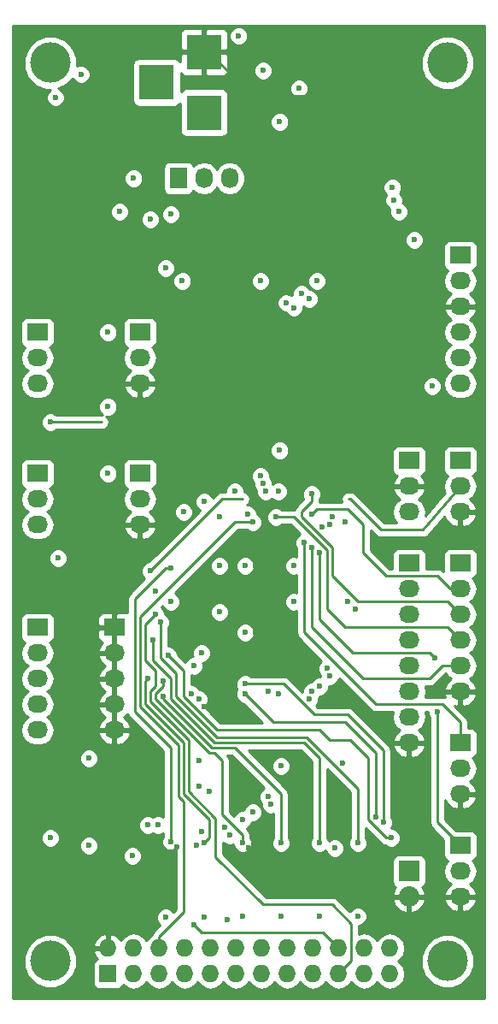
<source format=gbr>
G04 #@! TF.FileFunction,Copper,L3,Inr,Signal*
%FSLAX46Y46*%
G04 Gerber Fmt 4.6, Leading zero omitted, Abs format (unit mm)*
G04 Created by KiCad (PCBNEW (2015-03-23 BZR 5533)-product) date Mon 20 Apr 2015 10:28:40 SAST*
%MOMM*%
G01*
G04 APERTURE LIST*
%ADD10C,0.100000*%
%ADD11R,3.500120X3.500120*%
%ADD12R,1.727200X2.032000*%
%ADD13O,1.727200X2.032000*%
%ADD14R,2.032000X1.727200*%
%ADD15O,2.032000X1.727200*%
%ADD16R,2.032000X2.032000*%
%ADD17O,2.032000X2.032000*%
%ADD18C,4.000000*%
%ADD19R,1.727200X1.727200*%
%ADD20O,1.727200X1.727200*%
%ADD21C,0.600000*%
%ADD22C,0.250000*%
%ADD23C,0.254000*%
G04 APERTURE END LIST*
D10*
D11*
X132080000Y-51920140D03*
X132080000Y-45920660D03*
X127381000Y-48920400D03*
D12*
X129540000Y-58420000D03*
D13*
X132080000Y-58420000D03*
X134620000Y-58420000D03*
D14*
X125730000Y-73660000D03*
D15*
X125730000Y-76200000D03*
X125730000Y-78740000D03*
D14*
X115570000Y-73660000D03*
D15*
X115570000Y-76200000D03*
X115570000Y-78740000D03*
D14*
X115570000Y-87630000D03*
D15*
X115570000Y-90170000D03*
X115570000Y-92710000D03*
D14*
X125730000Y-87630000D03*
D15*
X125730000Y-90170000D03*
X125730000Y-92710000D03*
D14*
X157480000Y-114300000D03*
D15*
X157480000Y-116840000D03*
X157480000Y-119380000D03*
D14*
X157480000Y-124460000D03*
D15*
X157480000Y-127000000D03*
X157480000Y-129540000D03*
D14*
X152400000Y-96520000D03*
D15*
X152400000Y-99060000D03*
X152400000Y-101600000D03*
X152400000Y-104140000D03*
X152400000Y-106680000D03*
X152400000Y-109220000D03*
X152400000Y-111760000D03*
X152400000Y-114300000D03*
D14*
X157480000Y-86360000D03*
D15*
X157480000Y-88900000D03*
X157480000Y-91440000D03*
D16*
X152400000Y-127000000D03*
D17*
X152400000Y-129540000D03*
D14*
X157480000Y-96520000D03*
D15*
X157480000Y-99060000D03*
X157480000Y-101600000D03*
X157480000Y-104140000D03*
X157480000Y-106680000D03*
X157480000Y-109220000D03*
D14*
X157480000Y-66040000D03*
D15*
X157480000Y-68580000D03*
X157480000Y-71120000D03*
X157480000Y-73660000D03*
X157480000Y-76200000D03*
X157480000Y-78740000D03*
D18*
X116840000Y-135890000D03*
X156210000Y-46990000D03*
X116840000Y-46990000D03*
X156210000Y-135890000D03*
D14*
X115570000Y-102870000D03*
D15*
X115570000Y-105410000D03*
X115570000Y-107950000D03*
X115570000Y-110490000D03*
X115570000Y-113030000D03*
D14*
X123190000Y-102870000D03*
D15*
X123190000Y-105410000D03*
X123190000Y-107950000D03*
X123190000Y-110490000D03*
X123190000Y-113030000D03*
D14*
X152400000Y-86360000D03*
D15*
X152400000Y-88900000D03*
X152400000Y-91440000D03*
D19*
X122555000Y-137160000D03*
D20*
X122555000Y-134620000D03*
X125095000Y-137160000D03*
X125095000Y-134620000D03*
X127635000Y-137160000D03*
X127635000Y-134620000D03*
X130175000Y-137160000D03*
X130175000Y-134620000D03*
X132715000Y-137160000D03*
X132715000Y-134620000D03*
X135255000Y-137160000D03*
X135255000Y-134620000D03*
X137795000Y-137160000D03*
X137795000Y-134620000D03*
X140335000Y-137160000D03*
X140335000Y-134620000D03*
X142875000Y-137160000D03*
X142875000Y-134620000D03*
X145415000Y-137160000D03*
X145415000Y-134620000D03*
X147955000Y-137160000D03*
X147955000Y-134620000D03*
X150495000Y-137160000D03*
X150495000Y-134620000D03*
D21*
X152908000Y-64516000D03*
X116840000Y-82550000D03*
X117348000Y-50419000D03*
X119888000Y-48133000D03*
X135509000Y-44323000D03*
X139573000Y-52832000D03*
X139700000Y-116586000D03*
X131572000Y-116078000D03*
X151384000Y-61722000D03*
X141478000Y-49530000D03*
X129413000Y-124587000D03*
X146304000Y-124460000D03*
X136525000Y-124714000D03*
X131318000Y-124460000D03*
X136398000Y-60706000D03*
X125222000Y-118110000D03*
X154178000Y-84582000D03*
X156210000Y-50038000D03*
X159004000Y-57150000D03*
X132080000Y-110744000D03*
X129286000Y-75438000D03*
X133858000Y-98552000D03*
X137160000Y-103378000D03*
X137160000Y-96774000D03*
X132842000Y-67564000D03*
X124460000Y-64770000D03*
X145034000Y-52324000D03*
X159512000Y-62992000D03*
X152654000Y-51308000D03*
X119380000Y-117856000D03*
X118618000Y-130556000D03*
X123355000Y-132334000D03*
X127508000Y-132334000D03*
X142621000Y-124714000D03*
X138811000Y-124714000D03*
X137668000Y-68580000D03*
X129921000Y-68580000D03*
X137922000Y-47752000D03*
X123698000Y-61722000D03*
X136144000Y-96774000D03*
X143256000Y-68580000D03*
X125095000Y-58420000D03*
X140970000Y-100330000D03*
X133604000Y-101346000D03*
X136144000Y-103378000D03*
X133604000Y-96774000D03*
X124968000Y-125476000D03*
X120650000Y-115824000D03*
X128778000Y-61976000D03*
X142748000Y-109220000D03*
X120650000Y-124460000D03*
X142494000Y-109982000D03*
X116840000Y-123698000D03*
X150622000Y-123698000D03*
X128524000Y-105664000D03*
X146304000Y-100330000D03*
X122555000Y-87630000D03*
X122555000Y-81026000D03*
X117602000Y-96012000D03*
X126746000Y-62484000D03*
X122555000Y-73660000D03*
X128270000Y-67310000D03*
X128778000Y-124079000D03*
X128778000Y-97028000D03*
X128270000Y-131572000D03*
X132080000Y-124206000D03*
X126492000Y-107950000D03*
X132080000Y-131572000D03*
X135890000Y-124206000D03*
X128016000Y-108204000D03*
X135890000Y-131445000D03*
X139700000Y-124206000D03*
X128016000Y-109728000D03*
X139700000Y-131445000D03*
X143510000Y-124206000D03*
X127000000Y-104140000D03*
X143510000Y-131445000D03*
X127762000Y-102362000D03*
X147320000Y-124206000D03*
X147320000Y-131445000D03*
X150749000Y-59309000D03*
X150876000Y-60579000D03*
X133604000Y-91948000D03*
X136398000Y-91694000D03*
X141986000Y-94488000D03*
X143510000Y-95504000D03*
X155194000Y-111252000D03*
X154940000Y-105918000D03*
X130048000Y-91440000D03*
X137668000Y-87884000D03*
X137922000Y-88646000D03*
X132080000Y-90424000D03*
X135128000Y-89408000D03*
X139446000Y-89408000D03*
X127508000Y-122428000D03*
X131572000Y-109982000D03*
X126492000Y-122428000D03*
X130810000Y-109474000D03*
X132588000Y-119126000D03*
X139446000Y-109474000D03*
X131826000Y-123063000D03*
X136906000Y-92456000D03*
X134620000Y-123444000D03*
X134112000Y-122682000D03*
X136906000Y-121158000D03*
X138684000Y-120396000D03*
X138430000Y-119634000D03*
X145796000Y-116332000D03*
X143510000Y-108712000D03*
X147066000Y-101092000D03*
X140970000Y-96774000D03*
X145034000Y-124714000D03*
X127254000Y-101600000D03*
X138430000Y-109220000D03*
X131572000Y-118618000D03*
X131064000Y-132334000D03*
X149098000Y-121666000D03*
X136144000Y-109474000D03*
X127254000Y-99314000D03*
X149860000Y-122174000D03*
X136144000Y-108458000D03*
X128778000Y-100330000D03*
X126746000Y-97282000D03*
X142748000Y-91694000D03*
X142748000Y-89662000D03*
X139192000Y-91948000D03*
X142748000Y-94996000D03*
X144526000Y-107696000D03*
X154686000Y-78994000D03*
X144272000Y-106934000D03*
X138176000Y-89408000D03*
X139573000Y-85344000D03*
X140208000Y-70739000D03*
X143764000Y-92964000D03*
X140970000Y-71247000D03*
X144526000Y-92710000D03*
X144780000Y-91948000D03*
X141732000Y-69850000D03*
X146050000Y-92456000D03*
X142494000Y-70358000D03*
X131064000Y-106680000D03*
X131826000Y-105410000D03*
X135890000Y-121920000D03*
X134366000Y-131826000D03*
D22*
X121920000Y-82550000D02*
X116840000Y-82550000D01*
X129413000Y-124587000D02*
X129032000Y-124968000D01*
X129032000Y-124968000D02*
X125984000Y-124968000D01*
X136906000Y-58928000D02*
X136906000Y-60198000D01*
X136906000Y-50292000D02*
X136906000Y-58928000D01*
X136906000Y-60198000D02*
X136398000Y-60706000D01*
X125222000Y-118110000D02*
X125222000Y-119126000D01*
X125222000Y-124206000D02*
X125222000Y-119126000D01*
X125222000Y-124206000D02*
X125984000Y-124968000D01*
X139446000Y-77724000D02*
X131572000Y-77724000D01*
X139446000Y-77724000D02*
X147320000Y-77724000D01*
X147320000Y-77724000D02*
X154178000Y-84582000D01*
X131572000Y-77724000D02*
X129286000Y-75438000D01*
X136906000Y-50292000D02*
X143002000Y-50292000D01*
X143002000Y-50292000D02*
X145034000Y-52324000D01*
X130048000Y-64770000D02*
X132842000Y-67564000D01*
X124460000Y-64770000D02*
X130048000Y-64770000D01*
X136906000Y-50292000D02*
X132534660Y-45920660D01*
X132534660Y-45920660D02*
X132080000Y-45920660D01*
X145034000Y-52324000D02*
X146050000Y-51308000D01*
X146050000Y-51308000D02*
X152654000Y-51308000D01*
X148336000Y-115824000D02*
X148336000Y-121920000D01*
X148336000Y-121920000D02*
X150114000Y-123698000D01*
X150114000Y-123698000D02*
X150622000Y-123698000D01*
X144526000Y-114046000D02*
X146558000Y-114046000D01*
X143510000Y-113030000D02*
X144526000Y-114046000D01*
X133350000Y-113030000D02*
X143510000Y-113030000D01*
X128524000Y-105664000D02*
X130048000Y-107188000D01*
X130048000Y-107188000D02*
X130048000Y-109728000D01*
X146558000Y-114046000D02*
X148336000Y-115824000D01*
X132334000Y-112014000D02*
X130048000Y-109728000D01*
X133350000Y-113030000D02*
X132334000Y-112014000D01*
X125222000Y-111252000D02*
X128778000Y-114808000D01*
X128778000Y-114808000D02*
X128778000Y-124079000D01*
X128778000Y-124079000D02*
X128778000Y-124079000D01*
X128270000Y-97028000D02*
X128778000Y-97028000D01*
X125222000Y-100076000D02*
X128270000Y-97028000D01*
X125222000Y-100076000D02*
X125222000Y-111252000D01*
X132588000Y-121920000D02*
X132588000Y-123698000D01*
X126492000Y-110744000D02*
X126238000Y-110490000D01*
X132588000Y-121920000D02*
X130048000Y-119380000D01*
X130048000Y-119380000D02*
X130048000Y-114300000D01*
X130048000Y-114300000D02*
X126492000Y-110744000D01*
X126238000Y-108204000D02*
X126492000Y-107950000D01*
X126238000Y-110490000D02*
X126238000Y-108204000D01*
X132588000Y-123698000D02*
X132080000Y-124206000D01*
X133858000Y-120396000D02*
X133858000Y-121412000D01*
X127508000Y-110236000D02*
X132588000Y-115316000D01*
X133858000Y-116078000D02*
X133858000Y-120396000D01*
X133096000Y-115316000D02*
X133858000Y-116078000D01*
X132588000Y-115316000D02*
X133096000Y-115316000D01*
X135890000Y-123444000D02*
X135890000Y-124206000D01*
X133858000Y-121412000D02*
X135890000Y-123444000D01*
X127507823Y-110235823D02*
X127508000Y-110236000D01*
X127254000Y-109474000D02*
X128016000Y-108712000D01*
X128016000Y-108712000D02*
X128016000Y-108204000D01*
X127508000Y-110236000D02*
X127254000Y-109982000D01*
X127254000Y-109982000D02*
X127254000Y-109474000D01*
X139700000Y-124206000D02*
X139700000Y-119380000D01*
X135128000Y-114808000D02*
X132842000Y-114808000D01*
X139700000Y-119380000D02*
X135128000Y-114808000D01*
X128016000Y-109982000D02*
X132842000Y-114808000D01*
X128016000Y-109728000D02*
X128016000Y-109982000D01*
X132588000Y-113792000D02*
X128778000Y-109982000D01*
X128778000Y-107950000D02*
X128778000Y-109982000D01*
X127000000Y-106172000D02*
X128778000Y-107950000D01*
X143510000Y-115824000D02*
X143510000Y-124206000D01*
X141986000Y-114300000D02*
X143510000Y-115824000D01*
X133096000Y-114300000D02*
X141986000Y-114300000D01*
X133096000Y-114300000D02*
X132588000Y-113792000D01*
X127000000Y-104140000D02*
X127000000Y-106172000D01*
X129286000Y-109728000D02*
X129286000Y-107442000D01*
X129286000Y-107442000D02*
X127762000Y-105918000D01*
X127762000Y-105918000D02*
X127762000Y-102362000D01*
X147320000Y-118872000D02*
X142240000Y-113792000D01*
X142240000Y-113792000D02*
X133350000Y-113792000D01*
X147320000Y-124206000D02*
X147320000Y-118872000D01*
X132842000Y-113284000D02*
X133350000Y-113792000D01*
X129286000Y-109728000D02*
X132842000Y-113284000D01*
X155702000Y-110490000D02*
X157480000Y-112268000D01*
X157480000Y-112268000D02*
X157480000Y-114300000D01*
X141986000Y-94488000D02*
X141986000Y-103378000D01*
X149098000Y-110490000D02*
X154178000Y-110490000D01*
X141986000Y-103378000D02*
X149098000Y-110490000D01*
X154178000Y-110490000D02*
X155702000Y-110490000D01*
X155194000Y-122174000D02*
X157480000Y-124460000D01*
X143510000Y-95504000D02*
X143510000Y-102108000D01*
X154432000Y-105410000D02*
X154940000Y-105918000D01*
X146812000Y-105410000D02*
X154432000Y-105410000D01*
X143510000Y-102108000D02*
X146812000Y-105410000D01*
X155194000Y-111252000D02*
X155194000Y-122174000D01*
X127635000Y-133477000D02*
X129032000Y-132080000D01*
X129540000Y-131572000D02*
X130048000Y-131064000D01*
X125730000Y-110744000D02*
X129540000Y-114554000D01*
X129540000Y-131572000D02*
X129032000Y-132080000D01*
X136906000Y-92456000D02*
X136144000Y-92456000D01*
X135128000Y-92456000D02*
X125984000Y-101600000D01*
X135382000Y-92456000D02*
X135128000Y-92456000D01*
X136144000Y-92456000D02*
X135382000Y-92456000D01*
X125984000Y-101600000D02*
X125730000Y-101854000D01*
X125730000Y-101854000D02*
X125730000Y-110744000D01*
X129540000Y-119634000D02*
X129540000Y-114554000D01*
X130048000Y-120142000D02*
X129540000Y-119634000D01*
X130048000Y-131064000D02*
X130048000Y-120142000D01*
X127635000Y-134620000D02*
X127635000Y-133477000D01*
X130556000Y-119126000D02*
X133223000Y-121793000D01*
X133223000Y-121793000D02*
X133223000Y-123825000D01*
X146685000Y-135890000D02*
X145415000Y-137160000D01*
X144780000Y-130302000D02*
X146685000Y-132207000D01*
X146685000Y-132207000D02*
X146685000Y-135890000D01*
X133223000Y-123825000D02*
X133223000Y-125603000D01*
X127254000Y-107442000D02*
X127254000Y-107188000D01*
X127254000Y-108712000D02*
X127254000Y-107442000D01*
X130556000Y-115062000D02*
X130556000Y-114046000D01*
X130556000Y-118618000D02*
X130556000Y-115062000D01*
X126746000Y-110236000D02*
X126746000Y-109220000D01*
X130556000Y-114046000D02*
X126746000Y-110236000D01*
X126746000Y-109220000D02*
X127254000Y-108712000D01*
X126238000Y-102616000D02*
X127254000Y-101600000D01*
X126238000Y-106172000D02*
X126238000Y-102616000D01*
X127254000Y-107188000D02*
X126238000Y-106172000D01*
X137922000Y-130302000D02*
X140081000Y-130302000D01*
X133223000Y-125603000D02*
X137922000Y-130302000D01*
X140081000Y-130302000D02*
X144780000Y-130302000D01*
X130556000Y-118618000D02*
X130556000Y-119126000D01*
X131064000Y-132334000D02*
X131826000Y-133096000D01*
X145415000Y-134620000D02*
X143891000Y-133096000D01*
X131826000Y-133096000D02*
X143891000Y-133096000D01*
X146050000Y-112268000D02*
X138938000Y-112268000D01*
X146050000Y-112268000D02*
X149098000Y-115316000D01*
X149098000Y-115316000D02*
X149098000Y-121666000D01*
X138938000Y-112268000D02*
X136144000Y-109474000D01*
X146304000Y-111506000D02*
X143002000Y-111506000D01*
X146304000Y-111506000D02*
X149860000Y-115062000D01*
X149860000Y-115062000D02*
X149860000Y-122174000D01*
X139954000Y-108458000D02*
X136144000Y-108458000D01*
X143002000Y-111506000D02*
X139954000Y-108458000D01*
X132080000Y-91948000D02*
X133858000Y-90170000D01*
X126746000Y-97282000D02*
X132080000Y-91948000D01*
X146558000Y-90170000D02*
X149606000Y-93218000D01*
X149606000Y-93218000D02*
X153795602Y-93218000D01*
X153795602Y-93218000D02*
X157480000Y-88900000D01*
X146429602Y-90170000D02*
X146558000Y-90170000D01*
X133858000Y-90170000D02*
X135890000Y-90170000D01*
X142748000Y-91694000D02*
X143256000Y-91186000D01*
X156464000Y-99060000D02*
X155194000Y-97790000D01*
X155194000Y-97790000D02*
X150114000Y-97790000D01*
X150114000Y-97790000D02*
X147828000Y-95504000D01*
X147828000Y-95504000D02*
X147828000Y-93472000D01*
X147828000Y-93472000D02*
X147828000Y-92710000D01*
X147828000Y-92710000D02*
X146304000Y-91186000D01*
X143256000Y-91186000D02*
X146304000Y-91186000D01*
X157480000Y-99060000D02*
X156464000Y-99060000D01*
X142748000Y-89662000D02*
X142748000Y-90424000D01*
X142748000Y-90424000D02*
X141732000Y-91440000D01*
X141732000Y-91948000D02*
X144780000Y-94996000D01*
X144780000Y-94996000D02*
X144780000Y-97790000D01*
X144780000Y-97790000D02*
X147320000Y-100330000D01*
X147320000Y-100330000D02*
X156210000Y-100330000D01*
X156210000Y-100330000D02*
X157480000Y-101600000D01*
X141732000Y-91440000D02*
X141732000Y-91948000D01*
X139192000Y-91948000D02*
X140970000Y-91948000D01*
X156210000Y-102870000D02*
X157480000Y-104140000D01*
X146050000Y-102870000D02*
X144272000Y-101092000D01*
X156210000Y-102870000D02*
X146050000Y-102870000D01*
X144272000Y-101092000D02*
X144272000Y-95250000D01*
X144272000Y-95250000D02*
X141224000Y-92202000D01*
X140970000Y-91948000D02*
X141224000Y-92202000D01*
X155702000Y-106680000D02*
X154432000Y-107950000D01*
X154432000Y-107950000D02*
X149352000Y-107950000D01*
X149352000Y-107950000D02*
X147828000Y-107950000D01*
X147828000Y-107950000D02*
X142748000Y-102870000D01*
X142748000Y-102870000D02*
X142748000Y-100584000D01*
X142748000Y-100584000D02*
X142748000Y-94996000D01*
X157480000Y-106680000D02*
X155702000Y-106680000D01*
D23*
G36*
X140482000Y-134747000D02*
X140462000Y-134747000D01*
X140462000Y-134767000D01*
X140208000Y-134767000D01*
X140208000Y-134747000D01*
X140188000Y-134747000D01*
X140188000Y-134493000D01*
X140208000Y-134493000D01*
X140208000Y-134473000D01*
X140462000Y-134473000D01*
X140462000Y-134493000D01*
X140482000Y-134493000D01*
X140482000Y-134747000D01*
X140482000Y-134747000D01*
G37*
X140482000Y-134747000D02*
X140462000Y-134747000D01*
X140462000Y-134767000D01*
X140208000Y-134767000D01*
X140208000Y-134747000D01*
X140188000Y-134747000D01*
X140188000Y-134493000D01*
X140208000Y-134493000D01*
X140208000Y-134473000D01*
X140462000Y-134473000D01*
X140462000Y-134493000D01*
X140482000Y-134493000D01*
X140482000Y-134747000D01*
G36*
X159893000Y-139573000D02*
X159163345Y-139573000D01*
X159163345Y-127000000D01*
X159049271Y-126426511D01*
X158724415Y-125940330D01*
X158708632Y-125929784D01*
X158738123Y-125924063D01*
X158950927Y-125784273D01*
X159093377Y-125573240D01*
X159143440Y-125323600D01*
X159143440Y-123596400D01*
X159096463Y-123354277D01*
X159087358Y-123340416D01*
X159087358Y-119739026D01*
X158966217Y-119507000D01*
X157607000Y-119507000D01*
X157607000Y-120720924D01*
X157841913Y-120865184D01*
X158394320Y-120671954D01*
X158830732Y-120282036D01*
X159084709Y-119754791D01*
X159087358Y-119739026D01*
X159087358Y-123340416D01*
X158956673Y-123141473D01*
X158745640Y-122999023D01*
X158496000Y-122948960D01*
X157043762Y-122948960D01*
X155954000Y-121859198D01*
X155954000Y-119918187D01*
X156129268Y-120282036D01*
X156565680Y-120671954D01*
X157118087Y-120865184D01*
X157353000Y-120720924D01*
X157353000Y-119507000D01*
X157333000Y-119507000D01*
X157333000Y-119253000D01*
X157353000Y-119253000D01*
X157353000Y-119233000D01*
X157607000Y-119233000D01*
X157607000Y-119253000D01*
X158966217Y-119253000D01*
X159087358Y-119020974D01*
X159084709Y-119005209D01*
X158830732Y-118477964D01*
X158414930Y-118106460D01*
X158724415Y-117899670D01*
X159049271Y-117413489D01*
X159163345Y-116840000D01*
X159049271Y-116266511D01*
X158724415Y-115780330D01*
X158708632Y-115769784D01*
X158738123Y-115764063D01*
X158950927Y-115624273D01*
X159093377Y-115413240D01*
X159143440Y-115163600D01*
X159143440Y-113436400D01*
X159096463Y-113194277D01*
X159087358Y-113180416D01*
X159087358Y-109579026D01*
X158966217Y-109347000D01*
X157607000Y-109347000D01*
X157607000Y-110560924D01*
X157841913Y-110705184D01*
X158394320Y-110511954D01*
X158830732Y-110122036D01*
X159084709Y-109594791D01*
X159087358Y-109579026D01*
X159087358Y-113180416D01*
X158956673Y-112981473D01*
X158745640Y-112839023D01*
X158496000Y-112788960D01*
X158240000Y-112788960D01*
X158240000Y-112268000D01*
X158182148Y-111977161D01*
X158017401Y-111730599D01*
X156924146Y-110637344D01*
X157118087Y-110705184D01*
X157353000Y-110560924D01*
X157353000Y-109347000D01*
X155993783Y-109347000D01*
X155872642Y-109579026D01*
X155875291Y-109594791D01*
X155965688Y-109782451D01*
X155702000Y-109730000D01*
X154178000Y-109730000D01*
X153981899Y-109730000D01*
X154083345Y-109220000D01*
X153981899Y-108710000D01*
X154432000Y-108710000D01*
X154722839Y-108652148D01*
X154969401Y-108487401D01*
X156016802Y-107440000D01*
X156035351Y-107440000D01*
X156235585Y-107739670D01*
X156545069Y-107946460D01*
X156129268Y-108317964D01*
X155875291Y-108845209D01*
X155872642Y-108860974D01*
X155993783Y-109093000D01*
X157353000Y-109093000D01*
X157353000Y-109073000D01*
X157607000Y-109073000D01*
X157607000Y-109093000D01*
X158966217Y-109093000D01*
X159087358Y-108860974D01*
X159084709Y-108845209D01*
X158830732Y-108317964D01*
X158414930Y-107946460D01*
X158724415Y-107739670D01*
X159049271Y-107253489D01*
X159163345Y-106680000D01*
X159049271Y-106106511D01*
X158724415Y-105620330D01*
X158409634Y-105410000D01*
X158724415Y-105199670D01*
X159049271Y-104713489D01*
X159163345Y-104140000D01*
X159049271Y-103566511D01*
X158724415Y-103080330D01*
X158409634Y-102870000D01*
X158724415Y-102659670D01*
X159049271Y-102173489D01*
X159163345Y-101600000D01*
X159049271Y-101026511D01*
X158724415Y-100540330D01*
X158409634Y-100330000D01*
X158724415Y-100119670D01*
X159049271Y-99633489D01*
X159163345Y-99060000D01*
X159049271Y-98486511D01*
X158724415Y-98000330D01*
X158708632Y-97989784D01*
X158738123Y-97984063D01*
X158950927Y-97844273D01*
X159093377Y-97633240D01*
X159143440Y-97383600D01*
X159143440Y-95656400D01*
X159096463Y-95414277D01*
X159087358Y-95400416D01*
X159087358Y-91799026D01*
X158966217Y-91567000D01*
X157607000Y-91567000D01*
X157607000Y-92780924D01*
X157841913Y-92925184D01*
X158394320Y-92731954D01*
X158830732Y-92342036D01*
X159084709Y-91814791D01*
X159087358Y-91799026D01*
X159087358Y-95400416D01*
X158956673Y-95201473D01*
X158745640Y-95059023D01*
X158496000Y-95008960D01*
X156464000Y-95008960D01*
X156221877Y-95055937D01*
X156009073Y-95195727D01*
X155866623Y-95406760D01*
X155816560Y-95656400D01*
X155816560Y-97337758D01*
X155731401Y-97252599D01*
X155484839Y-97087852D01*
X155194000Y-97030000D01*
X154063440Y-97030000D01*
X154063440Y-95656400D01*
X154016463Y-95414277D01*
X153876673Y-95201473D01*
X153665640Y-95059023D01*
X153416000Y-95008960D01*
X151384000Y-95008960D01*
X151141877Y-95055937D01*
X150929073Y-95195727D01*
X150786623Y-95406760D01*
X150736560Y-95656400D01*
X150736560Y-97030000D01*
X150428802Y-97030000D01*
X148588000Y-95189198D01*
X148588000Y-93472000D01*
X148588000Y-93274802D01*
X149068599Y-93755401D01*
X149315161Y-93920148D01*
X149606000Y-93978000D01*
X153795602Y-93978000D01*
X153825407Y-93972071D01*
X153855588Y-93975629D01*
X153969916Y-93943326D01*
X154086441Y-93920148D01*
X154111710Y-93903263D01*
X154140954Y-93895001D01*
X154234216Y-93821407D01*
X154333003Y-93755401D01*
X154349886Y-93730133D01*
X154373743Y-93711308D01*
X155917394Y-91902196D01*
X156129268Y-92342036D01*
X156565680Y-92731954D01*
X157118087Y-92925184D01*
X157353000Y-92780924D01*
X157353000Y-91567000D01*
X157333000Y-91567000D01*
X157333000Y-91313000D01*
X157353000Y-91313000D01*
X157353000Y-91293000D01*
X157607000Y-91293000D01*
X157607000Y-91313000D01*
X158966217Y-91313000D01*
X159087358Y-91080974D01*
X159084709Y-91065209D01*
X158830732Y-90537964D01*
X158414930Y-90166460D01*
X158724415Y-89959670D01*
X159049271Y-89473489D01*
X159163345Y-88900000D01*
X159163345Y-78740000D01*
X159049271Y-78166511D01*
X158724415Y-77680330D01*
X158409634Y-77470000D01*
X158724415Y-77259670D01*
X159049271Y-76773489D01*
X159163345Y-76200000D01*
X159049271Y-75626511D01*
X158724415Y-75140330D01*
X158409634Y-74930000D01*
X158724415Y-74719670D01*
X159049271Y-74233489D01*
X159163345Y-73660000D01*
X159163345Y-68580000D01*
X159049271Y-68006511D01*
X158724415Y-67520330D01*
X158708632Y-67509784D01*
X158738123Y-67504063D01*
X158950927Y-67364273D01*
X159093377Y-67153240D01*
X159143440Y-66903600D01*
X159143440Y-65176400D01*
X159096463Y-64934277D01*
X158956673Y-64721473D01*
X158845457Y-64646400D01*
X158845457Y-46468166D01*
X158445147Y-45499342D01*
X157704557Y-44757458D01*
X156736433Y-44355458D01*
X155688166Y-44354543D01*
X154719342Y-44754853D01*
X153977458Y-45495443D01*
X153575458Y-46463567D01*
X153574543Y-47511834D01*
X153974853Y-48480658D01*
X154715443Y-49222542D01*
X155683567Y-49624542D01*
X156731834Y-49625457D01*
X157700658Y-49225147D01*
X158442542Y-48484557D01*
X158844542Y-47516433D01*
X158845457Y-46468166D01*
X158845457Y-64646400D01*
X158745640Y-64579023D01*
X158496000Y-64528960D01*
X156464000Y-64528960D01*
X156221877Y-64575937D01*
X156009073Y-64715727D01*
X155866623Y-64926760D01*
X155816560Y-65176400D01*
X155816560Y-66903600D01*
X155863537Y-67145723D01*
X156003327Y-67358527D01*
X156214360Y-67500977D01*
X156252962Y-67508718D01*
X156235585Y-67520330D01*
X155910729Y-68006511D01*
X155796655Y-68580000D01*
X155910729Y-69153489D01*
X156235585Y-69639670D01*
X156545069Y-69846460D01*
X156129268Y-70217964D01*
X155875291Y-70745209D01*
X155872642Y-70760974D01*
X155993783Y-70993000D01*
X157353000Y-70993000D01*
X157353000Y-70973000D01*
X157607000Y-70973000D01*
X157607000Y-70993000D01*
X158966217Y-70993000D01*
X159087358Y-70760974D01*
X159084709Y-70745209D01*
X158830732Y-70217964D01*
X158414930Y-69846460D01*
X158724415Y-69639670D01*
X159049271Y-69153489D01*
X159163345Y-68580000D01*
X159163345Y-73660000D01*
X159049271Y-73086511D01*
X158724415Y-72600330D01*
X158414930Y-72393539D01*
X158830732Y-72022036D01*
X159084709Y-71494791D01*
X159087358Y-71479026D01*
X158966217Y-71247000D01*
X157607000Y-71247000D01*
X157607000Y-71267000D01*
X157353000Y-71267000D01*
X157353000Y-71247000D01*
X155993783Y-71247000D01*
X155872642Y-71479026D01*
X155875291Y-71494791D01*
X156129268Y-72022036D01*
X156545069Y-72393539D01*
X156235585Y-72600330D01*
X155910729Y-73086511D01*
X155796655Y-73660000D01*
X155910729Y-74233489D01*
X156235585Y-74719670D01*
X156550365Y-74930000D01*
X156235585Y-75140330D01*
X155910729Y-75626511D01*
X155796655Y-76200000D01*
X155910729Y-76773489D01*
X156235585Y-77259670D01*
X156550365Y-77470000D01*
X156235585Y-77680330D01*
X155910729Y-78166511D01*
X155796655Y-78740000D01*
X155910729Y-79313489D01*
X156235585Y-79799670D01*
X156721766Y-80124526D01*
X157295255Y-80238600D01*
X157664745Y-80238600D01*
X158238234Y-80124526D01*
X158724415Y-79799670D01*
X159049271Y-79313489D01*
X159163345Y-78740000D01*
X159163345Y-88900000D01*
X159049271Y-88326511D01*
X158724415Y-87840330D01*
X158708632Y-87829784D01*
X158738123Y-87824063D01*
X158950927Y-87684273D01*
X159093377Y-87473240D01*
X159143440Y-87223600D01*
X159143440Y-85496400D01*
X159096463Y-85254277D01*
X158956673Y-85041473D01*
X158745640Y-84899023D01*
X158496000Y-84848960D01*
X156464000Y-84848960D01*
X156221877Y-84895937D01*
X156009073Y-85035727D01*
X155866623Y-85246760D01*
X155816560Y-85496400D01*
X155816560Y-87223600D01*
X155863537Y-87465723D01*
X156003327Y-87678527D01*
X156214360Y-87820977D01*
X156252962Y-87828718D01*
X156235585Y-87840330D01*
X155910729Y-88326511D01*
X155796655Y-88900000D01*
X155910729Y-89473489D01*
X155946244Y-89526642D01*
X155621162Y-89907628D01*
X155621162Y-78808833D01*
X155479117Y-78465057D01*
X155216327Y-78201808D01*
X154872799Y-78059162D01*
X154500833Y-78058838D01*
X154157057Y-78200883D01*
X153893808Y-78463673D01*
X153843162Y-78585641D01*
X153843162Y-64330833D01*
X153701117Y-63987057D01*
X153438327Y-63723808D01*
X153094799Y-63581162D01*
X152722833Y-63580838D01*
X152379057Y-63722883D01*
X152319162Y-63782673D01*
X152319162Y-61536833D01*
X152177117Y-61193057D01*
X151914327Y-60929808D01*
X151767970Y-60869035D01*
X151810838Y-60765799D01*
X151811162Y-60393833D01*
X151669117Y-60050057D01*
X151499901Y-59880545D01*
X151541192Y-59839327D01*
X151683838Y-59495799D01*
X151684162Y-59123833D01*
X151542117Y-58780057D01*
X151279327Y-58516808D01*
X150935799Y-58374162D01*
X150563833Y-58373838D01*
X150220057Y-58515883D01*
X149956808Y-58778673D01*
X149814162Y-59122201D01*
X149813838Y-59494167D01*
X149955883Y-59837943D01*
X150125098Y-60007454D01*
X150083808Y-60048673D01*
X149941162Y-60392201D01*
X149940838Y-60764167D01*
X150082883Y-61107943D01*
X150345673Y-61371192D01*
X150492029Y-61431964D01*
X150449162Y-61535201D01*
X150448838Y-61907167D01*
X150590883Y-62250943D01*
X150853673Y-62514192D01*
X151197201Y-62656838D01*
X151569167Y-62657162D01*
X151912943Y-62515117D01*
X152176192Y-62252327D01*
X152318838Y-61908799D01*
X152319162Y-61536833D01*
X152319162Y-63782673D01*
X152115808Y-63985673D01*
X151973162Y-64329201D01*
X151972838Y-64701167D01*
X152114883Y-65044943D01*
X152377673Y-65308192D01*
X152721201Y-65450838D01*
X153093167Y-65451162D01*
X153436943Y-65309117D01*
X153700192Y-65046327D01*
X153842838Y-64702799D01*
X153843162Y-64330833D01*
X153843162Y-78585641D01*
X153751162Y-78807201D01*
X153750838Y-79179167D01*
X153892883Y-79522943D01*
X154155673Y-79786192D01*
X154499201Y-79928838D01*
X154871167Y-79929162D01*
X155214943Y-79787117D01*
X155478192Y-79524327D01*
X155620838Y-79180799D01*
X155621162Y-78808833D01*
X155621162Y-89907628D01*
X154013338Y-91791948D01*
X154083345Y-91440000D01*
X154063440Y-91339930D01*
X154063440Y-87223600D01*
X154063440Y-85496400D01*
X154016463Y-85254277D01*
X153876673Y-85041473D01*
X153665640Y-84899023D01*
X153416000Y-84848960D01*
X151384000Y-84848960D01*
X151141877Y-84895937D01*
X150929073Y-85035727D01*
X150786623Y-85246760D01*
X150736560Y-85496400D01*
X150736560Y-87223600D01*
X150783537Y-87465723D01*
X150923327Y-87678527D01*
X151134360Y-87820977D01*
X151226645Y-87839483D01*
X151049268Y-87997964D01*
X150795291Y-88525209D01*
X150792642Y-88540974D01*
X150913783Y-88773000D01*
X152273000Y-88773000D01*
X152273000Y-88753000D01*
X152527000Y-88753000D01*
X152527000Y-88773000D01*
X153886217Y-88773000D01*
X154007358Y-88540974D01*
X154004709Y-88525209D01*
X153750732Y-87997964D01*
X153574298Y-87840326D01*
X153658123Y-87824063D01*
X153870927Y-87684273D01*
X154013377Y-87473240D01*
X154063440Y-87223600D01*
X154063440Y-91339930D01*
X153969271Y-90866511D01*
X153644415Y-90380330D01*
X153334930Y-90173539D01*
X153750732Y-89802036D01*
X154004709Y-89274791D01*
X154007358Y-89259026D01*
X153886217Y-89027000D01*
X152527000Y-89027000D01*
X152527000Y-89047000D01*
X152273000Y-89047000D01*
X152273000Y-89027000D01*
X150913783Y-89027000D01*
X150792642Y-89259026D01*
X150795291Y-89274791D01*
X151049268Y-89802036D01*
X151465069Y-90173539D01*
X151155585Y-90380330D01*
X150830729Y-90866511D01*
X150716655Y-91440000D01*
X150830729Y-92013489D01*
X151127741Y-92458000D01*
X149920801Y-92458000D01*
X147095401Y-89632599D01*
X146848839Y-89467852D01*
X146558000Y-89410000D01*
X146429602Y-89410000D01*
X146138763Y-89467852D01*
X145892201Y-89632599D01*
X145727454Y-89879161D01*
X145669602Y-90170000D01*
X145720524Y-90426000D01*
X144191162Y-90426000D01*
X144191162Y-68394833D01*
X144049117Y-68051057D01*
X143786327Y-67787808D01*
X143442799Y-67645162D01*
X143070833Y-67644838D01*
X142727057Y-67786883D01*
X142463808Y-68049673D01*
X142413162Y-68171641D01*
X142413162Y-49344833D01*
X142271117Y-49001057D01*
X142008327Y-48737808D01*
X141664799Y-48595162D01*
X141292833Y-48594838D01*
X140949057Y-48736883D01*
X140685808Y-48999673D01*
X140543162Y-49343201D01*
X140542838Y-49715167D01*
X140684883Y-50058943D01*
X140947673Y-50322192D01*
X141291201Y-50464838D01*
X141663167Y-50465162D01*
X142006943Y-50323117D01*
X142270192Y-50060327D01*
X142412838Y-49716799D01*
X142413162Y-49344833D01*
X142413162Y-68171641D01*
X142321162Y-68393201D01*
X142320838Y-68765167D01*
X142462883Y-69108943D01*
X142725673Y-69372192D01*
X143069201Y-69514838D01*
X143441167Y-69515162D01*
X143784943Y-69373117D01*
X144048192Y-69110327D01*
X144190838Y-68766799D01*
X144191162Y-68394833D01*
X144191162Y-90426000D01*
X143507602Y-90426000D01*
X143508000Y-90424000D01*
X143508000Y-90224462D01*
X143540192Y-90192327D01*
X143682838Y-89848799D01*
X143683162Y-89476833D01*
X143541117Y-89133057D01*
X143429162Y-89020906D01*
X143429162Y-70172833D01*
X143287117Y-69829057D01*
X143024327Y-69565808D01*
X142680799Y-69423162D01*
X142567264Y-69423063D01*
X142525117Y-69321057D01*
X142262327Y-69057808D01*
X141918799Y-68915162D01*
X141546833Y-68914838D01*
X141203057Y-69056883D01*
X140939808Y-69319673D01*
X140797162Y-69663201D01*
X140796863Y-70005447D01*
X140738327Y-69946808D01*
X140508162Y-69851234D01*
X140508162Y-52646833D01*
X140366117Y-52303057D01*
X140103327Y-52039808D01*
X139759799Y-51897162D01*
X139387833Y-51896838D01*
X139044057Y-52038883D01*
X138857162Y-52225452D01*
X138857162Y-47566833D01*
X138715117Y-47223057D01*
X138452327Y-46959808D01*
X138108799Y-46817162D01*
X137736833Y-46816838D01*
X137393057Y-46958883D01*
X137129808Y-47221673D01*
X136987162Y-47565201D01*
X136986838Y-47937167D01*
X137128883Y-48280943D01*
X137391673Y-48544192D01*
X137735201Y-48686838D01*
X138107167Y-48687162D01*
X138450943Y-48545117D01*
X138714192Y-48282327D01*
X138856838Y-47938799D01*
X138857162Y-47566833D01*
X138857162Y-52225452D01*
X138780808Y-52301673D01*
X138638162Y-52645201D01*
X138637838Y-53017167D01*
X138779883Y-53360943D01*
X139042673Y-53624192D01*
X139386201Y-53766838D01*
X139758167Y-53767162D01*
X140101943Y-53625117D01*
X140365192Y-53362327D01*
X140507838Y-53018799D01*
X140508162Y-52646833D01*
X140508162Y-69851234D01*
X140394799Y-69804162D01*
X140022833Y-69803838D01*
X139679057Y-69945883D01*
X139415808Y-70208673D01*
X139273162Y-70552201D01*
X139272838Y-70924167D01*
X139414883Y-71267943D01*
X139677673Y-71531192D01*
X140021201Y-71673838D01*
X140134735Y-71673936D01*
X140176883Y-71775943D01*
X140439673Y-72039192D01*
X140783201Y-72181838D01*
X141155167Y-72182162D01*
X141498943Y-72040117D01*
X141762192Y-71777327D01*
X141904838Y-71433799D01*
X141905136Y-71091552D01*
X141963673Y-71150192D01*
X142307201Y-71292838D01*
X142679167Y-71293162D01*
X143022943Y-71151117D01*
X143286192Y-70888327D01*
X143428838Y-70544799D01*
X143429162Y-70172833D01*
X143429162Y-89020906D01*
X143278327Y-88869808D01*
X142934799Y-88727162D01*
X142562833Y-88726838D01*
X142219057Y-88868883D01*
X141955808Y-89131673D01*
X141813162Y-89475201D01*
X141812838Y-89847167D01*
X141940665Y-90156532D01*
X141194599Y-90902599D01*
X141029852Y-91149161D01*
X141020142Y-91197974D01*
X140970000Y-91188000D01*
X140508162Y-91188000D01*
X140508162Y-85158833D01*
X140366117Y-84815057D01*
X140103327Y-84551808D01*
X139759799Y-84409162D01*
X139387833Y-84408838D01*
X139044057Y-84550883D01*
X138780808Y-84813673D01*
X138638162Y-85157201D01*
X138637838Y-85529167D01*
X138779883Y-85872943D01*
X139042673Y-86136192D01*
X139386201Y-86278838D01*
X139758167Y-86279162D01*
X140101943Y-86137117D01*
X140365192Y-85874327D01*
X140507838Y-85530799D01*
X140508162Y-85158833D01*
X140508162Y-91188000D01*
X140381162Y-91188000D01*
X140381162Y-89222833D01*
X140239117Y-88879057D01*
X139976327Y-88615808D01*
X139632799Y-88473162D01*
X139260833Y-88472838D01*
X138917057Y-88614883D01*
X138856975Y-88674859D01*
X138857162Y-88460833D01*
X138715117Y-88117057D01*
X138602895Y-88004639D01*
X138603162Y-87698833D01*
X138603162Y-68394833D01*
X138461117Y-68051057D01*
X138198327Y-67787808D01*
X137854799Y-67645162D01*
X137482833Y-67644838D01*
X137139057Y-67786883D01*
X136875808Y-68049673D01*
X136733162Y-68393201D01*
X136732838Y-68765167D01*
X136874883Y-69108943D01*
X137137673Y-69372192D01*
X137481201Y-69514838D01*
X137853167Y-69515162D01*
X138196943Y-69373117D01*
X138460192Y-69110327D01*
X138602838Y-68766799D01*
X138603162Y-68394833D01*
X138603162Y-87698833D01*
X138461117Y-87355057D01*
X138198327Y-87091808D01*
X137854799Y-86949162D01*
X137482833Y-86948838D01*
X137139057Y-87090883D01*
X136875808Y-87353673D01*
X136733162Y-87697201D01*
X136732838Y-88069167D01*
X136874883Y-88412943D01*
X136987104Y-88525360D01*
X136986838Y-88831167D01*
X137128883Y-89174943D01*
X137241104Y-89287360D01*
X137240838Y-89593167D01*
X137382883Y-89936943D01*
X137645673Y-90200192D01*
X137989201Y-90342838D01*
X138361167Y-90343162D01*
X138704943Y-90201117D01*
X138810954Y-90095290D01*
X138915673Y-90200192D01*
X139259201Y-90342838D01*
X139631167Y-90343162D01*
X139974943Y-90201117D01*
X140238192Y-89938327D01*
X140380838Y-89594799D01*
X140381162Y-89222833D01*
X140381162Y-91188000D01*
X139754462Y-91188000D01*
X139722327Y-91155808D01*
X139378799Y-91013162D01*
X139006833Y-91012838D01*
X138663057Y-91154883D01*
X138399808Y-91417673D01*
X138257162Y-91761201D01*
X138256838Y-92133167D01*
X138398883Y-92476943D01*
X138661673Y-92740192D01*
X139005201Y-92882838D01*
X139377167Y-92883162D01*
X139720943Y-92741117D01*
X139754117Y-92708000D01*
X140655198Y-92708000D01*
X140686599Y-92739401D01*
X141587983Y-93640785D01*
X141457057Y-93694883D01*
X141193808Y-93957673D01*
X141051162Y-94301201D01*
X141050838Y-94673167D01*
X141192883Y-95016943D01*
X141226000Y-95050117D01*
X141226000Y-95867896D01*
X141156799Y-95839162D01*
X140784833Y-95838838D01*
X140441057Y-95980883D01*
X140177808Y-96243673D01*
X140035162Y-96587201D01*
X140034838Y-96959167D01*
X140176883Y-97302943D01*
X140439673Y-97566192D01*
X140783201Y-97708838D01*
X141155167Y-97709162D01*
X141226000Y-97679894D01*
X141226000Y-99423896D01*
X141156799Y-99395162D01*
X140784833Y-99394838D01*
X140441057Y-99536883D01*
X140177808Y-99799673D01*
X140035162Y-100143201D01*
X140034838Y-100515167D01*
X140176883Y-100858943D01*
X140439673Y-101122192D01*
X140783201Y-101264838D01*
X141155167Y-101265162D01*
X141226000Y-101235894D01*
X141226000Y-103378000D01*
X141283852Y-103668839D01*
X141448599Y-103915401D01*
X143708538Y-106175340D01*
X143479808Y-106403673D01*
X143337162Y-106747201D01*
X143336838Y-107119167D01*
X143478883Y-107462943D01*
X143591104Y-107575360D01*
X143590928Y-107777069D01*
X143324833Y-107776838D01*
X142981057Y-107918883D01*
X142717808Y-108181673D01*
X142674929Y-108284935D01*
X142562833Y-108284838D01*
X142219057Y-108426883D01*
X141955808Y-108689673D01*
X141813162Y-109033201D01*
X141812979Y-109242177D01*
X140491401Y-107920599D01*
X140244839Y-107755852D01*
X139954000Y-107698000D01*
X137079162Y-107698000D01*
X137079162Y-103192833D01*
X137079162Y-96588833D01*
X136937117Y-96245057D01*
X136674327Y-95981808D01*
X136330799Y-95839162D01*
X135958833Y-95838838D01*
X135615057Y-95980883D01*
X135351808Y-96243673D01*
X135209162Y-96587201D01*
X135208838Y-96959167D01*
X135350883Y-97302943D01*
X135613673Y-97566192D01*
X135957201Y-97708838D01*
X136329167Y-97709162D01*
X136672943Y-97567117D01*
X136936192Y-97304327D01*
X137078838Y-96960799D01*
X137079162Y-96588833D01*
X137079162Y-103192833D01*
X136937117Y-102849057D01*
X136674327Y-102585808D01*
X136330799Y-102443162D01*
X135958833Y-102442838D01*
X135615057Y-102584883D01*
X135351808Y-102847673D01*
X135209162Y-103191201D01*
X135208838Y-103563167D01*
X135350883Y-103906943D01*
X135613673Y-104170192D01*
X135957201Y-104312838D01*
X136329167Y-104313162D01*
X136672943Y-104171117D01*
X136936192Y-103908327D01*
X137078838Y-103564799D01*
X137079162Y-103192833D01*
X137079162Y-107698000D01*
X136706462Y-107698000D01*
X136674327Y-107665808D01*
X136330799Y-107523162D01*
X135958833Y-107522838D01*
X135615057Y-107664883D01*
X135351808Y-107927673D01*
X135209162Y-108271201D01*
X135208838Y-108643167D01*
X135342382Y-108966371D01*
X135209162Y-109287201D01*
X135208838Y-109659167D01*
X135350883Y-110002943D01*
X135613673Y-110266192D01*
X135957201Y-110408838D01*
X136004076Y-110408878D01*
X137865198Y-112270000D01*
X134539162Y-112270000D01*
X134539162Y-101160833D01*
X134539162Y-96588833D01*
X134397117Y-96245057D01*
X134134327Y-95981808D01*
X133790799Y-95839162D01*
X133418833Y-95838838D01*
X133075057Y-95980883D01*
X132811808Y-96243673D01*
X132669162Y-96587201D01*
X132668838Y-96959167D01*
X132810883Y-97302943D01*
X133073673Y-97566192D01*
X133417201Y-97708838D01*
X133789167Y-97709162D01*
X134132943Y-97567117D01*
X134396192Y-97304327D01*
X134538838Y-96960799D01*
X134539162Y-96588833D01*
X134539162Y-101160833D01*
X134397117Y-100817057D01*
X134134327Y-100553808D01*
X133790799Y-100411162D01*
X133418833Y-100410838D01*
X133075057Y-100552883D01*
X132811808Y-100815673D01*
X132669162Y-101159201D01*
X132668838Y-101531167D01*
X132810883Y-101874943D01*
X133073673Y-102138192D01*
X133417201Y-102280838D01*
X133789167Y-102281162D01*
X134132943Y-102139117D01*
X134396192Y-101876327D01*
X134538838Y-101532799D01*
X134539162Y-101160833D01*
X134539162Y-112270000D01*
X133664802Y-112270000D01*
X132871401Y-111476599D01*
X132135461Y-110740659D01*
X132364192Y-110512327D01*
X132506838Y-110168799D01*
X132507162Y-109796833D01*
X132365117Y-109453057D01*
X132102327Y-109189808D01*
X131758799Y-109047162D01*
X131645264Y-109047063D01*
X131603117Y-108945057D01*
X131340327Y-108681808D01*
X130996799Y-108539162D01*
X130808000Y-108538997D01*
X130808000Y-107586103D01*
X130877201Y-107614838D01*
X131249167Y-107615162D01*
X131592943Y-107473117D01*
X131856192Y-107210327D01*
X131998838Y-106866799D01*
X131999162Y-106494833D01*
X131937292Y-106345097D01*
X132011167Y-106345162D01*
X132354943Y-106203117D01*
X132618192Y-105940327D01*
X132760838Y-105596799D01*
X132761162Y-105224833D01*
X132619117Y-104881057D01*
X132356327Y-104617808D01*
X132012799Y-104475162D01*
X131640833Y-104474838D01*
X131297057Y-104616883D01*
X131033808Y-104879673D01*
X130891162Y-105223201D01*
X130890838Y-105595167D01*
X130952707Y-105744902D01*
X130878833Y-105744838D01*
X130535057Y-105886883D01*
X130271808Y-106149673D01*
X130216843Y-106282041D01*
X129459122Y-105524320D01*
X129459162Y-105478833D01*
X129317117Y-105135057D01*
X129054327Y-104871808D01*
X128710799Y-104729162D01*
X128522000Y-104728997D01*
X128522000Y-102924462D01*
X128554192Y-102892327D01*
X128696838Y-102548799D01*
X128697162Y-102176833D01*
X128555117Y-101833057D01*
X128292327Y-101569808D01*
X128189064Y-101526929D01*
X128189162Y-101414833D01*
X128047117Y-101071057D01*
X127817631Y-100841170D01*
X127930785Y-100728016D01*
X127984883Y-100858943D01*
X128247673Y-101122192D01*
X128591201Y-101264838D01*
X128963167Y-101265162D01*
X129306943Y-101123117D01*
X129570192Y-100860327D01*
X129712838Y-100516799D01*
X129713162Y-100144833D01*
X129571117Y-99801057D01*
X129308327Y-99537808D01*
X129175958Y-99482843D01*
X135442802Y-93216000D01*
X136144000Y-93216000D01*
X136343537Y-93216000D01*
X136375673Y-93248192D01*
X136719201Y-93390838D01*
X137091167Y-93391162D01*
X137434943Y-93249117D01*
X137698192Y-92986327D01*
X137840838Y-92642799D01*
X137841162Y-92270833D01*
X137699117Y-91927057D01*
X137436327Y-91663808D01*
X137333064Y-91620929D01*
X137333162Y-91508833D01*
X137191117Y-91165057D01*
X136928327Y-90901808D01*
X136584799Y-90759162D01*
X136350240Y-90758957D01*
X136427401Y-90707401D01*
X136592148Y-90460839D01*
X136650000Y-90170000D01*
X136592148Y-89879161D01*
X136444162Y-89657683D01*
X136444162Y-44137833D01*
X136302117Y-43794057D01*
X136039327Y-43530808D01*
X135695799Y-43388162D01*
X135323833Y-43387838D01*
X134980057Y-43529883D01*
X134716808Y-43792673D01*
X134574162Y-44136201D01*
X134573838Y-44508167D01*
X134715883Y-44851943D01*
X134978673Y-45115192D01*
X135322201Y-45257838D01*
X135694167Y-45258162D01*
X136037943Y-45116117D01*
X136301192Y-44853327D01*
X136443838Y-44509799D01*
X136444162Y-44137833D01*
X136444162Y-89657683D01*
X136427401Y-89632599D01*
X136180839Y-89467852D01*
X136118600Y-89455471D01*
X136118600Y-58604745D01*
X136118600Y-58235255D01*
X136004526Y-57661766D01*
X135679670Y-57175585D01*
X135193489Y-56850729D01*
X134620000Y-56736655D01*
X134477500Y-56764999D01*
X134477500Y-53670200D01*
X134477500Y-50170080D01*
X134465060Y-50105963D01*
X134465060Y-47797029D01*
X134465060Y-46206410D01*
X134465060Y-45634910D01*
X134465060Y-44044291D01*
X134368387Y-43810902D01*
X134189759Y-43632273D01*
X133956370Y-43535600D01*
X133703751Y-43535600D01*
X132365750Y-43535600D01*
X132207000Y-43694350D01*
X132207000Y-45793660D01*
X134306310Y-45793660D01*
X134465060Y-45634910D01*
X134465060Y-46206410D01*
X134306310Y-46047660D01*
X132207000Y-46047660D01*
X132207000Y-48146970D01*
X132365750Y-48305720D01*
X133703751Y-48305720D01*
X133956370Y-48305720D01*
X134189759Y-48209047D01*
X134368387Y-48030418D01*
X134465060Y-47797029D01*
X134465060Y-50105963D01*
X134430523Y-49927957D01*
X134290733Y-49715153D01*
X134079700Y-49572703D01*
X133830060Y-49522640D01*
X130329940Y-49522640D01*
X130087817Y-49569617D01*
X129875013Y-49709407D01*
X129778500Y-49852386D01*
X129778500Y-47998760D01*
X129791613Y-48030418D01*
X129970241Y-48209047D01*
X130203630Y-48305720D01*
X130456249Y-48305720D01*
X131794250Y-48305720D01*
X131953000Y-48146970D01*
X131953000Y-46047660D01*
X131953000Y-45793660D01*
X131953000Y-43694350D01*
X131794250Y-43535600D01*
X130456249Y-43535600D01*
X130203630Y-43535600D01*
X129970241Y-43632273D01*
X129791613Y-43810902D01*
X129694940Y-44044291D01*
X129694940Y-45634910D01*
X129853690Y-45793660D01*
X131953000Y-45793660D01*
X131953000Y-46047660D01*
X129853690Y-46047660D01*
X129694940Y-46206410D01*
X129694940Y-46872526D01*
X129591733Y-46715413D01*
X129380700Y-46572963D01*
X129131060Y-46522900D01*
X125630940Y-46522900D01*
X125388817Y-46569877D01*
X125176013Y-46709667D01*
X125033563Y-46920700D01*
X124983500Y-47170340D01*
X124983500Y-50670460D01*
X125030477Y-50912583D01*
X125170267Y-51125387D01*
X125381300Y-51267837D01*
X125630940Y-51317900D01*
X129131060Y-51317900D01*
X129373183Y-51270923D01*
X129585987Y-51131133D01*
X129682500Y-50988153D01*
X129682500Y-53670200D01*
X129729477Y-53912323D01*
X129869267Y-54125127D01*
X130080300Y-54267577D01*
X130329940Y-54317640D01*
X133830060Y-54317640D01*
X134072183Y-54270663D01*
X134284987Y-54130873D01*
X134427437Y-53919840D01*
X134477500Y-53670200D01*
X134477500Y-56764999D01*
X134046511Y-56850729D01*
X133560330Y-57175585D01*
X133350000Y-57490365D01*
X133139670Y-57175585D01*
X132653489Y-56850729D01*
X132080000Y-56736655D01*
X131506511Y-56850729D01*
X131020330Y-57175585D01*
X131009784Y-57191367D01*
X131004063Y-57161877D01*
X130864273Y-56949073D01*
X130653240Y-56806623D01*
X130403600Y-56756560D01*
X128676400Y-56756560D01*
X128434277Y-56803537D01*
X128221473Y-56943327D01*
X128079023Y-57154360D01*
X128028960Y-57404000D01*
X128028960Y-59436000D01*
X128075937Y-59678123D01*
X128215727Y-59890927D01*
X128426760Y-60033377D01*
X128676400Y-60083440D01*
X130403600Y-60083440D01*
X130645723Y-60036463D01*
X130858527Y-59896673D01*
X131000977Y-59685640D01*
X131008718Y-59647037D01*
X131020330Y-59664415D01*
X131506511Y-59989271D01*
X132080000Y-60103345D01*
X132653489Y-59989271D01*
X133139670Y-59664415D01*
X133350000Y-59349634D01*
X133560330Y-59664415D01*
X134046511Y-59989271D01*
X134620000Y-60103345D01*
X135193489Y-59989271D01*
X135679670Y-59664415D01*
X136004526Y-59178234D01*
X136118600Y-58604745D01*
X136118600Y-89455471D01*
X136062968Y-89444405D01*
X136063162Y-89222833D01*
X135921117Y-88879057D01*
X135658327Y-88615808D01*
X135314799Y-88473162D01*
X134942833Y-88472838D01*
X134599057Y-88614883D01*
X134335808Y-88877673D01*
X134193162Y-89221201D01*
X134192997Y-89410000D01*
X133858000Y-89410000D01*
X133567161Y-89467852D01*
X133320599Y-89632599D01*
X132927214Y-90025983D01*
X132873117Y-89895057D01*
X132610327Y-89631808D01*
X132266799Y-89489162D01*
X131894833Y-89488838D01*
X131551057Y-89630883D01*
X131287808Y-89893673D01*
X131145162Y-90237201D01*
X131144838Y-90609167D01*
X131286883Y-90952943D01*
X131549673Y-91216192D01*
X131682041Y-91271156D01*
X131542599Y-91410599D01*
X130983162Y-91970035D01*
X130983162Y-91254833D01*
X130856162Y-90947468D01*
X130856162Y-68394833D01*
X130714117Y-68051057D01*
X130451327Y-67787808D01*
X130107799Y-67645162D01*
X129735833Y-67644838D01*
X129713162Y-67654205D01*
X129713162Y-61790833D01*
X129571117Y-61447057D01*
X129308327Y-61183808D01*
X128964799Y-61041162D01*
X128592833Y-61040838D01*
X128249057Y-61182883D01*
X127985808Y-61445673D01*
X127843162Y-61789201D01*
X127842838Y-62161167D01*
X127984883Y-62504943D01*
X128247673Y-62768192D01*
X128591201Y-62910838D01*
X128963167Y-62911162D01*
X129306943Y-62769117D01*
X129570192Y-62506327D01*
X129712838Y-62162799D01*
X129713162Y-61790833D01*
X129713162Y-67654205D01*
X129392057Y-67786883D01*
X129205162Y-67973452D01*
X129205162Y-67124833D01*
X129063117Y-66781057D01*
X128800327Y-66517808D01*
X128456799Y-66375162D01*
X128084833Y-66374838D01*
X127741057Y-66516883D01*
X127681162Y-66576673D01*
X127681162Y-62298833D01*
X127539117Y-61955057D01*
X127276327Y-61691808D01*
X126932799Y-61549162D01*
X126560833Y-61548838D01*
X126217057Y-61690883D01*
X126030162Y-61877452D01*
X126030162Y-58234833D01*
X125888117Y-57891057D01*
X125625327Y-57627808D01*
X125281799Y-57485162D01*
X124909833Y-57484838D01*
X124566057Y-57626883D01*
X124302808Y-57889673D01*
X124160162Y-58233201D01*
X124159838Y-58605167D01*
X124301883Y-58948943D01*
X124564673Y-59212192D01*
X124908201Y-59354838D01*
X125280167Y-59355162D01*
X125623943Y-59213117D01*
X125887192Y-58950327D01*
X126029838Y-58606799D01*
X126030162Y-58234833D01*
X126030162Y-61877452D01*
X125953808Y-61953673D01*
X125811162Y-62297201D01*
X125810838Y-62669167D01*
X125952883Y-63012943D01*
X126215673Y-63276192D01*
X126559201Y-63418838D01*
X126931167Y-63419162D01*
X127274943Y-63277117D01*
X127538192Y-63014327D01*
X127680838Y-62670799D01*
X127681162Y-62298833D01*
X127681162Y-66576673D01*
X127477808Y-66779673D01*
X127335162Y-67123201D01*
X127334838Y-67495167D01*
X127476883Y-67838943D01*
X127739673Y-68102192D01*
X128083201Y-68244838D01*
X128455167Y-68245162D01*
X128798943Y-68103117D01*
X129062192Y-67840327D01*
X129204838Y-67496799D01*
X129205162Y-67124833D01*
X129205162Y-67973452D01*
X129128808Y-68049673D01*
X128986162Y-68393201D01*
X128985838Y-68765167D01*
X129127883Y-69108943D01*
X129390673Y-69372192D01*
X129734201Y-69514838D01*
X130106167Y-69515162D01*
X130449943Y-69373117D01*
X130713192Y-69110327D01*
X130855838Y-68766799D01*
X130856162Y-68394833D01*
X130856162Y-90947468D01*
X130841117Y-90911057D01*
X130578327Y-90647808D01*
X130234799Y-90505162D01*
X129862833Y-90504838D01*
X129519057Y-90646883D01*
X129255808Y-90909673D01*
X129113162Y-91253201D01*
X129112838Y-91625167D01*
X129254883Y-91968943D01*
X129517673Y-92232192D01*
X129861201Y-92374838D01*
X130233167Y-92375162D01*
X130576943Y-92233117D01*
X130840192Y-91970327D01*
X130982838Y-91626799D01*
X130983162Y-91254833D01*
X130983162Y-91970035D01*
X127413345Y-95539852D01*
X127413345Y-90170000D01*
X127413345Y-76200000D01*
X127299271Y-75626511D01*
X126974415Y-75140330D01*
X126958632Y-75129784D01*
X126988123Y-75124063D01*
X127200927Y-74984273D01*
X127343377Y-74773240D01*
X127393440Y-74523600D01*
X127393440Y-72796400D01*
X127346463Y-72554277D01*
X127206673Y-72341473D01*
X126995640Y-72199023D01*
X126746000Y-72148960D01*
X124714000Y-72148960D01*
X124633162Y-72164644D01*
X124633162Y-61536833D01*
X124491117Y-61193057D01*
X124228327Y-60929808D01*
X123884799Y-60787162D01*
X123512833Y-60786838D01*
X123169057Y-60928883D01*
X122905808Y-61191673D01*
X122763162Y-61535201D01*
X122762838Y-61907167D01*
X122904883Y-62250943D01*
X123167673Y-62514192D01*
X123511201Y-62656838D01*
X123883167Y-62657162D01*
X124226943Y-62515117D01*
X124490192Y-62252327D01*
X124632838Y-61908799D01*
X124633162Y-61536833D01*
X124633162Y-72164644D01*
X124471877Y-72195937D01*
X124259073Y-72335727D01*
X124116623Y-72546760D01*
X124066560Y-72796400D01*
X124066560Y-74523600D01*
X124113537Y-74765723D01*
X124253327Y-74978527D01*
X124464360Y-75120977D01*
X124502962Y-75128718D01*
X124485585Y-75140330D01*
X124160729Y-75626511D01*
X124046655Y-76200000D01*
X124160729Y-76773489D01*
X124485585Y-77259670D01*
X124795069Y-77466460D01*
X124379268Y-77837964D01*
X124125291Y-78365209D01*
X124122642Y-78380974D01*
X124243783Y-78613000D01*
X125603000Y-78613000D01*
X125603000Y-78593000D01*
X125857000Y-78593000D01*
X125857000Y-78613000D01*
X127216217Y-78613000D01*
X127337358Y-78380974D01*
X127334709Y-78365209D01*
X127080732Y-77837964D01*
X126664930Y-77466460D01*
X126974415Y-77259670D01*
X127299271Y-76773489D01*
X127413345Y-76200000D01*
X127413345Y-90170000D01*
X127299271Y-89596511D01*
X126974415Y-89110330D01*
X126958632Y-89099784D01*
X126988123Y-89094063D01*
X127200927Y-88954273D01*
X127343377Y-88743240D01*
X127393440Y-88493600D01*
X127393440Y-86766400D01*
X127346463Y-86524277D01*
X127337358Y-86510416D01*
X127337358Y-79099026D01*
X127216217Y-78867000D01*
X125857000Y-78867000D01*
X125857000Y-80080924D01*
X126091913Y-80225184D01*
X126644320Y-80031954D01*
X127080732Y-79642036D01*
X127334709Y-79114791D01*
X127337358Y-79099026D01*
X127337358Y-86510416D01*
X127206673Y-86311473D01*
X126995640Y-86169023D01*
X126746000Y-86118960D01*
X125603000Y-86118960D01*
X125603000Y-80080924D01*
X125603000Y-78867000D01*
X124243783Y-78867000D01*
X124122642Y-79099026D01*
X124125291Y-79114791D01*
X124379268Y-79642036D01*
X124815680Y-80031954D01*
X125368087Y-80225184D01*
X125603000Y-80080924D01*
X125603000Y-86118960D01*
X124714000Y-86118960D01*
X124471877Y-86165937D01*
X124259073Y-86305727D01*
X124116623Y-86516760D01*
X124066560Y-86766400D01*
X124066560Y-88493600D01*
X124113537Y-88735723D01*
X124253327Y-88948527D01*
X124464360Y-89090977D01*
X124502962Y-89098718D01*
X124485585Y-89110330D01*
X124160729Y-89596511D01*
X124046655Y-90170000D01*
X124160729Y-90743489D01*
X124485585Y-91229670D01*
X124795069Y-91436460D01*
X124379268Y-91807964D01*
X124125291Y-92335209D01*
X124122642Y-92350974D01*
X124243783Y-92583000D01*
X125603000Y-92583000D01*
X125603000Y-92563000D01*
X125857000Y-92563000D01*
X125857000Y-92583000D01*
X127216217Y-92583000D01*
X127337358Y-92350974D01*
X127334709Y-92335209D01*
X127080732Y-91807964D01*
X126664930Y-91436460D01*
X126974415Y-91229670D01*
X127299271Y-90743489D01*
X127413345Y-90170000D01*
X127413345Y-95539852D01*
X127337358Y-95615839D01*
X127337358Y-93069026D01*
X127216217Y-92837000D01*
X125857000Y-92837000D01*
X125857000Y-94050924D01*
X126091913Y-94195184D01*
X126644320Y-94001954D01*
X127080732Y-93612036D01*
X127334709Y-93084791D01*
X127337358Y-93069026D01*
X127337358Y-95615839D01*
X126606320Y-96346877D01*
X126560833Y-96346838D01*
X126217057Y-96488883D01*
X125953808Y-96751673D01*
X125811162Y-97095201D01*
X125810838Y-97467167D01*
X125952883Y-97810943D01*
X126182368Y-98040829D01*
X125603000Y-98620197D01*
X125603000Y-94050924D01*
X125603000Y-92837000D01*
X124243783Y-92837000D01*
X124122642Y-93069026D01*
X124125291Y-93084791D01*
X124379268Y-93612036D01*
X124815680Y-94001954D01*
X125368087Y-94195184D01*
X125603000Y-94050924D01*
X125603000Y-98620197D01*
X124684599Y-99538599D01*
X124519852Y-99785161D01*
X124462000Y-100076000D01*
X124462000Y-101425119D01*
X124332309Y-101371400D01*
X123490162Y-101371400D01*
X123490162Y-87444833D01*
X123490162Y-80840833D01*
X123490162Y-73474833D01*
X123348117Y-73131057D01*
X123085327Y-72867808D01*
X122741799Y-72725162D01*
X122369833Y-72724838D01*
X122026057Y-72866883D01*
X121762808Y-73129673D01*
X121620162Y-73473201D01*
X121619838Y-73845167D01*
X121761883Y-74188943D01*
X122024673Y-74452192D01*
X122368201Y-74594838D01*
X122740167Y-74595162D01*
X123083943Y-74453117D01*
X123347192Y-74190327D01*
X123489838Y-73846799D01*
X123490162Y-73474833D01*
X123490162Y-80840833D01*
X123348117Y-80497057D01*
X123085327Y-80233808D01*
X122741799Y-80091162D01*
X122369833Y-80090838D01*
X122026057Y-80232883D01*
X121762808Y-80495673D01*
X121620162Y-80839201D01*
X121619838Y-81211167D01*
X121761883Y-81554943D01*
X122015491Y-81808994D01*
X121920000Y-81790000D01*
X120823162Y-81790000D01*
X120823162Y-47947833D01*
X120681117Y-47604057D01*
X120418327Y-47340808D01*
X120074799Y-47198162D01*
X119702833Y-47197838D01*
X119474737Y-47292084D01*
X119475457Y-46468166D01*
X119075147Y-45499342D01*
X118334557Y-44757458D01*
X117366433Y-44355458D01*
X116318166Y-44354543D01*
X115349342Y-44754853D01*
X114607458Y-45495443D01*
X114205458Y-46463567D01*
X114204543Y-47511834D01*
X114604853Y-48480658D01*
X115345443Y-49222542D01*
X116313567Y-49624542D01*
X116821230Y-49624985D01*
X116819057Y-49625883D01*
X116555808Y-49888673D01*
X116413162Y-50232201D01*
X116412838Y-50604167D01*
X116554883Y-50947943D01*
X116817673Y-51211192D01*
X117161201Y-51353838D01*
X117533167Y-51354162D01*
X117876943Y-51212117D01*
X118140192Y-50949327D01*
X118282838Y-50605799D01*
X118283162Y-50233833D01*
X118141117Y-49890057D01*
X117878327Y-49626808D01*
X117619087Y-49519161D01*
X118330658Y-49225147D01*
X119036468Y-48520567D01*
X119094883Y-48661943D01*
X119357673Y-48925192D01*
X119701201Y-49067838D01*
X120073167Y-49068162D01*
X120416943Y-48926117D01*
X120680192Y-48663327D01*
X120822838Y-48319799D01*
X120823162Y-47947833D01*
X120823162Y-81790000D01*
X117402462Y-81790000D01*
X117370327Y-81757808D01*
X117253345Y-81709232D01*
X117253345Y-78740000D01*
X117139271Y-78166511D01*
X116814415Y-77680330D01*
X116499634Y-77470000D01*
X116814415Y-77259670D01*
X117139271Y-76773489D01*
X117253345Y-76200000D01*
X117139271Y-75626511D01*
X116814415Y-75140330D01*
X116798632Y-75129784D01*
X116828123Y-75124063D01*
X117040927Y-74984273D01*
X117183377Y-74773240D01*
X117233440Y-74523600D01*
X117233440Y-72796400D01*
X117186463Y-72554277D01*
X117046673Y-72341473D01*
X116835640Y-72199023D01*
X116586000Y-72148960D01*
X114554000Y-72148960D01*
X114311877Y-72195937D01*
X114099073Y-72335727D01*
X113956623Y-72546760D01*
X113906560Y-72796400D01*
X113906560Y-74523600D01*
X113953537Y-74765723D01*
X114093327Y-74978527D01*
X114304360Y-75120977D01*
X114342962Y-75128718D01*
X114325585Y-75140330D01*
X114000729Y-75626511D01*
X113886655Y-76200000D01*
X114000729Y-76773489D01*
X114325585Y-77259670D01*
X114640365Y-77470000D01*
X114325585Y-77680330D01*
X114000729Y-78166511D01*
X113886655Y-78740000D01*
X114000729Y-79313489D01*
X114325585Y-79799670D01*
X114811766Y-80124526D01*
X115385255Y-80238600D01*
X115754745Y-80238600D01*
X116328234Y-80124526D01*
X116814415Y-79799670D01*
X117139271Y-79313489D01*
X117253345Y-78740000D01*
X117253345Y-81709232D01*
X117026799Y-81615162D01*
X116654833Y-81614838D01*
X116311057Y-81756883D01*
X116047808Y-82019673D01*
X115905162Y-82363201D01*
X115904838Y-82735167D01*
X116046883Y-83078943D01*
X116309673Y-83342192D01*
X116653201Y-83484838D01*
X117025167Y-83485162D01*
X117368943Y-83343117D01*
X117402117Y-83310000D01*
X121920000Y-83310000D01*
X122210839Y-83252148D01*
X122457401Y-83087401D01*
X122622148Y-82840839D01*
X122680000Y-82550000D01*
X122622148Y-82259161D01*
X122457401Y-82012599D01*
X122379950Y-81960848D01*
X122740167Y-81961162D01*
X123083943Y-81819117D01*
X123347192Y-81556327D01*
X123489838Y-81212799D01*
X123490162Y-80840833D01*
X123490162Y-87444833D01*
X123348117Y-87101057D01*
X123085327Y-86837808D01*
X122741799Y-86695162D01*
X122369833Y-86694838D01*
X122026057Y-86836883D01*
X121762808Y-87099673D01*
X121620162Y-87443201D01*
X121619838Y-87815167D01*
X121761883Y-88158943D01*
X122024673Y-88422192D01*
X122368201Y-88564838D01*
X122740167Y-88565162D01*
X123083943Y-88423117D01*
X123347192Y-88160327D01*
X123489838Y-87816799D01*
X123490162Y-87444833D01*
X123490162Y-101371400D01*
X123475750Y-101371400D01*
X123317000Y-101530150D01*
X123317000Y-102743000D01*
X123337000Y-102743000D01*
X123337000Y-102997000D01*
X123317000Y-102997000D01*
X123317000Y-104069076D01*
X123317000Y-104209850D01*
X123317000Y-105283000D01*
X123337000Y-105283000D01*
X123337000Y-105537000D01*
X123317000Y-105537000D01*
X123317000Y-106609076D01*
X123317000Y-106750924D01*
X123317000Y-107823000D01*
X123337000Y-107823000D01*
X123337000Y-108077000D01*
X123317000Y-108077000D01*
X123317000Y-109149076D01*
X123317000Y-109290924D01*
X123317000Y-110363000D01*
X123337000Y-110363000D01*
X123337000Y-110617000D01*
X123317000Y-110617000D01*
X123317000Y-111689076D01*
X123317000Y-111830924D01*
X123317000Y-112903000D01*
X124676217Y-112903000D01*
X124797358Y-112670974D01*
X124794709Y-112655209D01*
X124540732Y-112127964D01*
X124128891Y-111760000D01*
X124497532Y-111430633D01*
X124519852Y-111542839D01*
X124684599Y-111789401D01*
X128018000Y-115122802D01*
X128018000Y-121627367D01*
X127694799Y-121493162D01*
X127322833Y-121492838D01*
X126999628Y-121626382D01*
X126678799Y-121493162D01*
X126306833Y-121492838D01*
X125963057Y-121634883D01*
X125699808Y-121897673D01*
X125557162Y-122241201D01*
X125556838Y-122613167D01*
X125698883Y-122956943D01*
X125961673Y-123220192D01*
X126305201Y-123362838D01*
X126677167Y-123363162D01*
X127000371Y-123229617D01*
X127321201Y-123362838D01*
X127693167Y-123363162D01*
X128018000Y-123228944D01*
X128018000Y-123516537D01*
X127985808Y-123548673D01*
X127843162Y-123892201D01*
X127842838Y-124264167D01*
X127984883Y-124607943D01*
X128247673Y-124871192D01*
X128591201Y-125013838D01*
X128963167Y-125014162D01*
X129288000Y-124879944D01*
X129288000Y-130749198D01*
X129028659Y-131008538D01*
X128800327Y-130779808D01*
X128456799Y-130637162D01*
X128084833Y-130636838D01*
X127741057Y-130778883D01*
X127477808Y-131041673D01*
X127335162Y-131385201D01*
X127334838Y-131757167D01*
X127476883Y-132100943D01*
X127706368Y-132330829D01*
X127097599Y-132939599D01*
X126932852Y-133186161D01*
X126908553Y-133308318D01*
X126575330Y-133530971D01*
X126365000Y-133845751D01*
X126154670Y-133530971D01*
X125903162Y-133362918D01*
X125903162Y-125290833D01*
X125761117Y-124947057D01*
X125498327Y-124683808D01*
X125154799Y-124541162D01*
X124797358Y-124540850D01*
X124797358Y-113389026D01*
X124676217Y-113157000D01*
X123317000Y-113157000D01*
X123317000Y-114370924D01*
X123551913Y-114515184D01*
X124104320Y-114321954D01*
X124540732Y-113932036D01*
X124794709Y-113404791D01*
X124797358Y-113389026D01*
X124797358Y-124540850D01*
X124782833Y-124540838D01*
X124439057Y-124682883D01*
X124175808Y-124945673D01*
X124033162Y-125289201D01*
X124032838Y-125661167D01*
X124174883Y-126004943D01*
X124437673Y-126268192D01*
X124781201Y-126410838D01*
X125153167Y-126411162D01*
X125496943Y-126269117D01*
X125760192Y-126006327D01*
X125902838Y-125662799D01*
X125903162Y-125290833D01*
X125903162Y-133362918D01*
X125668489Y-133206115D01*
X125095000Y-133092041D01*
X124521511Y-133206115D01*
X124035330Y-133530971D01*
X123819336Y-133854228D01*
X123761821Y-133731510D01*
X123329947Y-133337312D01*
X123063000Y-133226745D01*
X123063000Y-114370924D01*
X123063000Y-113157000D01*
X123063000Y-112903000D01*
X123063000Y-111830924D01*
X123063000Y-111689076D01*
X123063000Y-110617000D01*
X123063000Y-110363000D01*
X123063000Y-109290924D01*
X123063000Y-109149076D01*
X123063000Y-108077000D01*
X123063000Y-107823000D01*
X123063000Y-106750924D01*
X123063000Y-106609076D01*
X123063000Y-105537000D01*
X123063000Y-105283000D01*
X123063000Y-104209850D01*
X123063000Y-104069076D01*
X123063000Y-102997000D01*
X123063000Y-102743000D01*
X123063000Y-101530150D01*
X122904250Y-101371400D01*
X122047691Y-101371400D01*
X121814302Y-101468073D01*
X121635673Y-101646701D01*
X121539000Y-101880090D01*
X121539000Y-102132709D01*
X121539000Y-102584250D01*
X121697750Y-102743000D01*
X123063000Y-102743000D01*
X123063000Y-102997000D01*
X121697750Y-102997000D01*
X121539000Y-103155750D01*
X121539000Y-103607291D01*
X121539000Y-103859910D01*
X121635673Y-104093299D01*
X121814302Y-104271927D01*
X122011860Y-104353758D01*
X121839268Y-104507964D01*
X121585291Y-105035209D01*
X121582642Y-105050974D01*
X121703783Y-105283000D01*
X123063000Y-105283000D01*
X123063000Y-105537000D01*
X121703783Y-105537000D01*
X121582642Y-105769026D01*
X121585291Y-105784791D01*
X121839268Y-106312036D01*
X122251108Y-106680000D01*
X121839268Y-107047964D01*
X121585291Y-107575209D01*
X121582642Y-107590974D01*
X121703783Y-107823000D01*
X123063000Y-107823000D01*
X123063000Y-108077000D01*
X121703783Y-108077000D01*
X121582642Y-108309026D01*
X121585291Y-108324791D01*
X121839268Y-108852036D01*
X122251108Y-109220000D01*
X121839268Y-109587964D01*
X121585291Y-110115209D01*
X121582642Y-110130974D01*
X121703783Y-110363000D01*
X123063000Y-110363000D01*
X123063000Y-110617000D01*
X121703783Y-110617000D01*
X121582642Y-110849026D01*
X121585291Y-110864791D01*
X121839268Y-111392036D01*
X122251108Y-111760000D01*
X121839268Y-112127964D01*
X121585291Y-112655209D01*
X121582642Y-112670974D01*
X121703783Y-112903000D01*
X123063000Y-112903000D01*
X123063000Y-113157000D01*
X121703783Y-113157000D01*
X121582642Y-113389026D01*
X121585291Y-113404791D01*
X121839268Y-113932036D01*
X122275680Y-114321954D01*
X122828087Y-114515184D01*
X123063000Y-114370924D01*
X123063000Y-133226745D01*
X122914026Y-133165042D01*
X122682000Y-133286183D01*
X122682000Y-134493000D01*
X122702000Y-134493000D01*
X122702000Y-134747000D01*
X122682000Y-134747000D01*
X122682000Y-134767000D01*
X122428000Y-134767000D01*
X122428000Y-134747000D01*
X122428000Y-134493000D01*
X122428000Y-133286183D01*
X122195974Y-133165042D01*
X121780053Y-133337312D01*
X121585162Y-133515201D01*
X121585162Y-124274833D01*
X121585162Y-115638833D01*
X121443117Y-115295057D01*
X121180327Y-115031808D01*
X120836799Y-114889162D01*
X120464833Y-114888838D01*
X120121057Y-115030883D01*
X119857808Y-115293673D01*
X119715162Y-115637201D01*
X119714838Y-116009167D01*
X119856883Y-116352943D01*
X120119673Y-116616192D01*
X120463201Y-116758838D01*
X120835167Y-116759162D01*
X121178943Y-116617117D01*
X121442192Y-116354327D01*
X121584838Y-116010799D01*
X121585162Y-115638833D01*
X121585162Y-124274833D01*
X121443117Y-123931057D01*
X121180327Y-123667808D01*
X120836799Y-123525162D01*
X120464833Y-123524838D01*
X120121057Y-123666883D01*
X119857808Y-123929673D01*
X119715162Y-124273201D01*
X119714838Y-124645167D01*
X119856883Y-124988943D01*
X120119673Y-125252192D01*
X120463201Y-125394838D01*
X120835167Y-125395162D01*
X121178943Y-125253117D01*
X121442192Y-124990327D01*
X121584838Y-124646799D01*
X121585162Y-124274833D01*
X121585162Y-133515201D01*
X121348179Y-133731510D01*
X121100032Y-134260973D01*
X121220531Y-134493000D01*
X122428000Y-134493000D01*
X122428000Y-134747000D01*
X121220531Y-134747000D01*
X121100032Y-134979027D01*
X121348179Y-135508490D01*
X121535263Y-135679253D01*
X121449277Y-135695937D01*
X121236473Y-135835727D01*
X121094023Y-136046760D01*
X121043960Y-136296400D01*
X121043960Y-138023600D01*
X121090937Y-138265723D01*
X121230727Y-138478527D01*
X121441760Y-138620977D01*
X121691400Y-138671040D01*
X123418600Y-138671040D01*
X123660723Y-138624063D01*
X123873527Y-138484273D01*
X124015977Y-138273240D01*
X124024179Y-138232340D01*
X124035330Y-138249029D01*
X124521511Y-138573885D01*
X125095000Y-138687959D01*
X125668489Y-138573885D01*
X126154670Y-138249029D01*
X126365000Y-137934248D01*
X126575330Y-138249029D01*
X127061511Y-138573885D01*
X127635000Y-138687959D01*
X128208489Y-138573885D01*
X128694670Y-138249029D01*
X128905000Y-137934248D01*
X129115330Y-138249029D01*
X129601511Y-138573885D01*
X130175000Y-138687959D01*
X130748489Y-138573885D01*
X131234670Y-138249029D01*
X131445000Y-137934248D01*
X131655330Y-138249029D01*
X132141511Y-138573885D01*
X132715000Y-138687959D01*
X133288489Y-138573885D01*
X133774670Y-138249029D01*
X133985000Y-137934248D01*
X134195330Y-138249029D01*
X134681511Y-138573885D01*
X135255000Y-138687959D01*
X135828489Y-138573885D01*
X136314670Y-138249029D01*
X136525000Y-137934248D01*
X136735330Y-138249029D01*
X137221511Y-138573885D01*
X137795000Y-138687959D01*
X138368489Y-138573885D01*
X138854670Y-138249029D01*
X139065000Y-137934248D01*
X139275330Y-138249029D01*
X139761511Y-138573885D01*
X140335000Y-138687959D01*
X140908489Y-138573885D01*
X141394670Y-138249029D01*
X141605000Y-137934248D01*
X141815330Y-138249029D01*
X142301511Y-138573885D01*
X142875000Y-138687959D01*
X143448489Y-138573885D01*
X143934670Y-138249029D01*
X144145000Y-137934248D01*
X144355330Y-138249029D01*
X144841511Y-138573885D01*
X145415000Y-138687959D01*
X145988489Y-138573885D01*
X146474670Y-138249029D01*
X146685000Y-137934248D01*
X146895330Y-138249029D01*
X147381511Y-138573885D01*
X147955000Y-138687959D01*
X148528489Y-138573885D01*
X149014670Y-138249029D01*
X149225000Y-137934248D01*
X149435330Y-138249029D01*
X149921511Y-138573885D01*
X150495000Y-138687959D01*
X151068489Y-138573885D01*
X151554670Y-138249029D01*
X151879526Y-137762848D01*
X151993600Y-137189359D01*
X151993600Y-137130641D01*
X151879526Y-136557152D01*
X151554670Y-136070971D01*
X151283827Y-135890000D01*
X151554670Y-135709029D01*
X151879526Y-135222848D01*
X151993600Y-134649359D01*
X151993600Y-134590641D01*
X151879526Y-134017152D01*
X151554670Y-133530971D01*
X151068489Y-133206115D01*
X150495000Y-133092041D01*
X149921511Y-133206115D01*
X149435330Y-133530971D01*
X149225000Y-133845751D01*
X149014670Y-133530971D01*
X148528489Y-133206115D01*
X147955000Y-133092041D01*
X147445000Y-133193486D01*
X147445000Y-132380109D01*
X147505167Y-132380162D01*
X147848943Y-132238117D01*
X148112192Y-131975327D01*
X148254838Y-131631799D01*
X148255162Y-131259833D01*
X148113117Y-130916057D01*
X147850327Y-130652808D01*
X147506799Y-130510162D01*
X147134833Y-130509838D01*
X146791057Y-130651883D01*
X146527808Y-130914673D01*
X146510105Y-130957303D01*
X145317401Y-129764599D01*
X145070839Y-129599852D01*
X144780000Y-129542000D01*
X140081000Y-129542000D01*
X138236801Y-129542000D01*
X133983000Y-125288198D01*
X133983000Y-124129332D01*
X134089673Y-124236192D01*
X134433201Y-124378838D01*
X134805167Y-124379162D01*
X134954902Y-124317292D01*
X134954838Y-124391167D01*
X135096883Y-124734943D01*
X135359673Y-124998192D01*
X135703201Y-125140838D01*
X136075167Y-125141162D01*
X136418943Y-124999117D01*
X136682192Y-124736327D01*
X136824838Y-124392799D01*
X136825162Y-124020833D01*
X136683117Y-123677057D01*
X136650000Y-123643882D01*
X136650000Y-123444000D01*
X136592148Y-123153161D01*
X136427401Y-122906599D01*
X136288016Y-122767214D01*
X136418943Y-122713117D01*
X136682192Y-122450327D01*
X136824838Y-122106799D01*
X136824850Y-122092930D01*
X137091167Y-122093162D01*
X137434943Y-121951117D01*
X137698192Y-121688327D01*
X137840838Y-121344799D01*
X137841162Y-120972833D01*
X137699117Y-120629057D01*
X137436327Y-120365808D01*
X137092799Y-120223162D01*
X136720833Y-120222838D01*
X136377057Y-120364883D01*
X136113808Y-120627673D01*
X135971162Y-120971201D01*
X135971149Y-120985069D01*
X135704833Y-120984838D01*
X135361057Y-121126883D01*
X135097808Y-121389673D01*
X135042843Y-121522041D01*
X134618000Y-121097198D01*
X134618000Y-120396000D01*
X134618000Y-116078000D01*
X134560148Y-115787161D01*
X134413709Y-115568000D01*
X134813198Y-115568000D01*
X138031983Y-118786785D01*
X137901057Y-118840883D01*
X137637808Y-119103673D01*
X137495162Y-119447201D01*
X137494838Y-119819167D01*
X137636883Y-120162943D01*
X137749104Y-120275360D01*
X137748838Y-120581167D01*
X137890883Y-120924943D01*
X138153673Y-121188192D01*
X138497201Y-121330838D01*
X138869167Y-121331162D01*
X138940000Y-121301894D01*
X138940000Y-123643537D01*
X138907808Y-123675673D01*
X138765162Y-124019201D01*
X138764838Y-124391167D01*
X138906883Y-124734943D01*
X139169673Y-124998192D01*
X139513201Y-125140838D01*
X139885167Y-125141162D01*
X140228943Y-124999117D01*
X140492192Y-124736327D01*
X140634838Y-124392799D01*
X140635162Y-124020833D01*
X140635162Y-116400833D01*
X140493117Y-116057057D01*
X140230327Y-115793808D01*
X139886799Y-115651162D01*
X139514833Y-115650838D01*
X139171057Y-115792883D01*
X138907808Y-116055673D01*
X138765162Y-116399201D01*
X138764838Y-116771167D01*
X138906883Y-117114943D01*
X139169673Y-117378192D01*
X139513201Y-117520838D01*
X139885167Y-117521162D01*
X140228943Y-117379117D01*
X140492192Y-117116327D01*
X140634838Y-116772799D01*
X140635162Y-116400833D01*
X140635162Y-124020833D01*
X140493117Y-123677057D01*
X140460000Y-123643882D01*
X140460000Y-119380000D01*
X140411746Y-119137413D01*
X140402148Y-119089161D01*
X140402148Y-119089160D01*
X140237401Y-118842599D01*
X136454802Y-115060000D01*
X141671198Y-115060000D01*
X142750000Y-116138802D01*
X142750000Y-123643537D01*
X142717808Y-123675673D01*
X142575162Y-124019201D01*
X142574838Y-124391167D01*
X142716883Y-124734943D01*
X142979673Y-124998192D01*
X143323201Y-125140838D01*
X143695167Y-125141162D01*
X144038943Y-124999117D01*
X144110585Y-124927599D01*
X144240883Y-125242943D01*
X144503673Y-125506192D01*
X144847201Y-125648838D01*
X145219167Y-125649162D01*
X145562943Y-125507117D01*
X145826192Y-125244327D01*
X145968838Y-124900799D01*
X145969162Y-124528833D01*
X145827117Y-124185057D01*
X145564327Y-123921808D01*
X145220799Y-123779162D01*
X144848833Y-123778838D01*
X144505057Y-123920883D01*
X144433414Y-123992400D01*
X144303117Y-123677057D01*
X144270000Y-123643882D01*
X144270000Y-116896802D01*
X146560000Y-119186802D01*
X146560000Y-123643537D01*
X146527808Y-123675673D01*
X146385162Y-124019201D01*
X146384838Y-124391167D01*
X146526883Y-124734943D01*
X146789673Y-124998192D01*
X147133201Y-125140838D01*
X147505167Y-125141162D01*
X147848943Y-124999117D01*
X148112192Y-124736327D01*
X148254838Y-124392799D01*
X148255162Y-124020833D01*
X148113117Y-123677057D01*
X148080000Y-123643882D01*
X148080000Y-122738802D01*
X149576599Y-124235401D01*
X149823161Y-124400148D01*
X150046043Y-124444482D01*
X150091673Y-124490192D01*
X150435201Y-124632838D01*
X150807167Y-124633162D01*
X151150943Y-124491117D01*
X151414192Y-124228327D01*
X151556838Y-123884799D01*
X151557162Y-123512833D01*
X151415117Y-123169057D01*
X151152327Y-122905808D01*
X150808799Y-122763162D01*
X150593442Y-122762974D01*
X150652192Y-122704327D01*
X150794838Y-122360799D01*
X150795162Y-121988833D01*
X150653117Y-121645057D01*
X150620000Y-121611882D01*
X150620000Y-115062000D01*
X150571746Y-114819413D01*
X150562148Y-114771161D01*
X150562148Y-114771160D01*
X150397401Y-114524599D01*
X146841401Y-110968599D01*
X146594839Y-110803852D01*
X146304000Y-110746000D01*
X143316802Y-110746000D01*
X143184571Y-110613769D01*
X143286192Y-110512327D01*
X143428838Y-110168799D01*
X143429105Y-109861219D01*
X143540192Y-109750327D01*
X143583070Y-109647064D01*
X143695167Y-109647162D01*
X144038943Y-109505117D01*
X144302192Y-109242327D01*
X144444838Y-108898799D01*
X144445071Y-108630930D01*
X144711167Y-108631162D01*
X145054943Y-108489117D01*
X145318192Y-108226327D01*
X145447681Y-107914483D01*
X148560599Y-111027401D01*
X148807161Y-111192148D01*
X149098000Y-111250000D01*
X150818100Y-111250000D01*
X150716655Y-111760000D01*
X150830729Y-112333489D01*
X151155585Y-112819670D01*
X151465069Y-113026460D01*
X151049268Y-113397964D01*
X150795291Y-113925209D01*
X150792642Y-113940974D01*
X150913783Y-114173000D01*
X152273000Y-114173000D01*
X152273000Y-114153000D01*
X152527000Y-114153000D01*
X152527000Y-114173000D01*
X153886217Y-114173000D01*
X154007358Y-113940974D01*
X154004709Y-113925209D01*
X153750732Y-113397964D01*
X153334930Y-113026460D01*
X153644415Y-112819670D01*
X153969271Y-112333489D01*
X154083345Y-111760000D01*
X153981899Y-111250000D01*
X154178000Y-111250000D01*
X154259001Y-111250000D01*
X154258838Y-111437167D01*
X154400883Y-111780943D01*
X154434000Y-111814117D01*
X154434000Y-122174000D01*
X154491852Y-122464839D01*
X154656599Y-122711401D01*
X155816560Y-123871362D01*
X155816560Y-125323600D01*
X155863537Y-125565723D01*
X156003327Y-125778527D01*
X156214360Y-125920977D01*
X156252962Y-125928718D01*
X156235585Y-125940330D01*
X155910729Y-126426511D01*
X155796655Y-127000000D01*
X155910729Y-127573489D01*
X156235585Y-128059670D01*
X156545069Y-128266460D01*
X156129268Y-128637964D01*
X155875291Y-129165209D01*
X155872642Y-129180974D01*
X155993783Y-129413000D01*
X157353000Y-129413000D01*
X157353000Y-129393000D01*
X157607000Y-129393000D01*
X157607000Y-129413000D01*
X158966217Y-129413000D01*
X159087358Y-129180974D01*
X159084709Y-129165209D01*
X158830732Y-128637964D01*
X158414930Y-128266460D01*
X158724415Y-128059670D01*
X159049271Y-127573489D01*
X159163345Y-127000000D01*
X159163345Y-139573000D01*
X159087358Y-139573000D01*
X159087358Y-129899026D01*
X158966217Y-129667000D01*
X157607000Y-129667000D01*
X157607000Y-130880924D01*
X157841913Y-131025184D01*
X158394320Y-130831954D01*
X158830732Y-130442036D01*
X159084709Y-129914791D01*
X159087358Y-129899026D01*
X159087358Y-139573000D01*
X158845457Y-139573000D01*
X158845457Y-135368166D01*
X158445147Y-134399342D01*
X157704557Y-133657458D01*
X157353000Y-133511478D01*
X157353000Y-130880924D01*
X157353000Y-129667000D01*
X155993783Y-129667000D01*
X155872642Y-129899026D01*
X155875291Y-129914791D01*
X156129268Y-130442036D01*
X156565680Y-130831954D01*
X157118087Y-131025184D01*
X157353000Y-130880924D01*
X157353000Y-133511478D01*
X156736433Y-133255458D01*
X155688166Y-133254543D01*
X154719342Y-133654853D01*
X154063440Y-134309610D01*
X154063440Y-128016000D01*
X154063440Y-125984000D01*
X154016463Y-125741877D01*
X154007358Y-125728016D01*
X154007358Y-114659026D01*
X153886217Y-114427000D01*
X152527000Y-114427000D01*
X152527000Y-115640924D01*
X152761913Y-115785184D01*
X153314320Y-115591954D01*
X153750732Y-115202036D01*
X154004709Y-114674791D01*
X154007358Y-114659026D01*
X154007358Y-125728016D01*
X153876673Y-125529073D01*
X153665640Y-125386623D01*
X153416000Y-125336560D01*
X152273000Y-125336560D01*
X152273000Y-115640924D01*
X152273000Y-114427000D01*
X150913783Y-114427000D01*
X150792642Y-114659026D01*
X150795291Y-114674791D01*
X151049268Y-115202036D01*
X151485680Y-115591954D01*
X152038087Y-115785184D01*
X152273000Y-115640924D01*
X152273000Y-125336560D01*
X151384000Y-125336560D01*
X151141877Y-125383537D01*
X150929073Y-125523327D01*
X150786623Y-125734360D01*
X150736560Y-125984000D01*
X150736560Y-128016000D01*
X150783537Y-128258123D01*
X150923327Y-128470927D01*
X151083043Y-128578737D01*
X150993615Y-128675182D01*
X150794025Y-129157056D01*
X150913164Y-129413000D01*
X152273000Y-129413000D01*
X152273000Y-129393000D01*
X152527000Y-129393000D01*
X152527000Y-129413000D01*
X153886836Y-129413000D01*
X154005975Y-129157056D01*
X153806385Y-128675182D01*
X153716425Y-128578164D01*
X153870927Y-128476673D01*
X154013377Y-128265640D01*
X154063440Y-128016000D01*
X154063440Y-134309610D01*
X154005975Y-134366975D01*
X154005975Y-129922944D01*
X153886836Y-129667000D01*
X152527000Y-129667000D01*
X152527000Y-131027367D01*
X152782946Y-131145983D01*
X153368379Y-130877188D01*
X153806385Y-130404818D01*
X154005975Y-129922944D01*
X154005975Y-134366975D01*
X153977458Y-134395443D01*
X153575458Y-135363567D01*
X153574543Y-136411834D01*
X153974853Y-137380658D01*
X154715443Y-138122542D01*
X155683567Y-138524542D01*
X156731834Y-138525457D01*
X157700658Y-138125147D01*
X158442542Y-137384557D01*
X158844542Y-136416433D01*
X158845457Y-135368166D01*
X158845457Y-139573000D01*
X152273000Y-139573000D01*
X152273000Y-131027367D01*
X152273000Y-129667000D01*
X150913164Y-129667000D01*
X150794025Y-129922944D01*
X150993615Y-130404818D01*
X151431621Y-130877188D01*
X152017054Y-131145983D01*
X152273000Y-131027367D01*
X152273000Y-139573000D01*
X119475457Y-139573000D01*
X119475457Y-135368166D01*
X119075147Y-134399342D01*
X118537162Y-133860417D01*
X118537162Y-95826833D01*
X118395117Y-95483057D01*
X118132327Y-95219808D01*
X117788799Y-95077162D01*
X117416833Y-95076838D01*
X117253345Y-95144389D01*
X117253345Y-92710000D01*
X117139271Y-92136511D01*
X116814415Y-91650330D01*
X116499634Y-91440000D01*
X116814415Y-91229670D01*
X117139271Y-90743489D01*
X117253345Y-90170000D01*
X117139271Y-89596511D01*
X116814415Y-89110330D01*
X116798632Y-89099784D01*
X116828123Y-89094063D01*
X117040927Y-88954273D01*
X117183377Y-88743240D01*
X117233440Y-88493600D01*
X117233440Y-86766400D01*
X117186463Y-86524277D01*
X117046673Y-86311473D01*
X116835640Y-86169023D01*
X116586000Y-86118960D01*
X114554000Y-86118960D01*
X114311877Y-86165937D01*
X114099073Y-86305727D01*
X113956623Y-86516760D01*
X113906560Y-86766400D01*
X113906560Y-88493600D01*
X113953537Y-88735723D01*
X114093327Y-88948527D01*
X114304360Y-89090977D01*
X114342962Y-89098718D01*
X114325585Y-89110330D01*
X114000729Y-89596511D01*
X113886655Y-90170000D01*
X114000729Y-90743489D01*
X114325585Y-91229670D01*
X114640365Y-91440000D01*
X114325585Y-91650330D01*
X114000729Y-92136511D01*
X113886655Y-92710000D01*
X114000729Y-93283489D01*
X114325585Y-93769670D01*
X114811766Y-94094526D01*
X115385255Y-94208600D01*
X115754745Y-94208600D01*
X116328234Y-94094526D01*
X116814415Y-93769670D01*
X117139271Y-93283489D01*
X117253345Y-92710000D01*
X117253345Y-95144389D01*
X117073057Y-95218883D01*
X116809808Y-95481673D01*
X116667162Y-95825201D01*
X116666838Y-96197167D01*
X116808883Y-96540943D01*
X117071673Y-96804192D01*
X117415201Y-96946838D01*
X117787167Y-96947162D01*
X118130943Y-96805117D01*
X118394192Y-96542327D01*
X118536838Y-96198799D01*
X118537162Y-95826833D01*
X118537162Y-133860417D01*
X118334557Y-133657458D01*
X117775162Y-133425177D01*
X117775162Y-123512833D01*
X117633117Y-123169057D01*
X117370327Y-122905808D01*
X117253345Y-122857232D01*
X117253345Y-113030000D01*
X117139271Y-112456511D01*
X116814415Y-111970330D01*
X116499634Y-111760000D01*
X116814415Y-111549670D01*
X117139271Y-111063489D01*
X117253345Y-110490000D01*
X117139271Y-109916511D01*
X116814415Y-109430330D01*
X116499634Y-109220000D01*
X116814415Y-109009670D01*
X117139271Y-108523489D01*
X117253345Y-107950000D01*
X117139271Y-107376511D01*
X116814415Y-106890330D01*
X116499634Y-106680000D01*
X116814415Y-106469670D01*
X117139271Y-105983489D01*
X117253345Y-105410000D01*
X117139271Y-104836511D01*
X116814415Y-104350330D01*
X116798632Y-104339784D01*
X116828123Y-104334063D01*
X117040927Y-104194273D01*
X117183377Y-103983240D01*
X117233440Y-103733600D01*
X117233440Y-102006400D01*
X117186463Y-101764277D01*
X117046673Y-101551473D01*
X116835640Y-101409023D01*
X116586000Y-101358960D01*
X114554000Y-101358960D01*
X114311877Y-101405937D01*
X114099073Y-101545727D01*
X113956623Y-101756760D01*
X113906560Y-102006400D01*
X113906560Y-103733600D01*
X113953537Y-103975723D01*
X114093327Y-104188527D01*
X114304360Y-104330977D01*
X114342962Y-104338718D01*
X114325585Y-104350330D01*
X114000729Y-104836511D01*
X113886655Y-105410000D01*
X114000729Y-105983489D01*
X114325585Y-106469670D01*
X114640365Y-106680000D01*
X114325585Y-106890330D01*
X114000729Y-107376511D01*
X113886655Y-107950000D01*
X114000729Y-108523489D01*
X114325585Y-109009670D01*
X114640365Y-109220000D01*
X114325585Y-109430330D01*
X114000729Y-109916511D01*
X113886655Y-110490000D01*
X114000729Y-111063489D01*
X114325585Y-111549670D01*
X114640365Y-111760000D01*
X114325585Y-111970330D01*
X114000729Y-112456511D01*
X113886655Y-113030000D01*
X114000729Y-113603489D01*
X114325585Y-114089670D01*
X114811766Y-114414526D01*
X115385255Y-114528600D01*
X115754745Y-114528600D01*
X116328234Y-114414526D01*
X116814415Y-114089670D01*
X117139271Y-113603489D01*
X117253345Y-113030000D01*
X117253345Y-122857232D01*
X117026799Y-122763162D01*
X116654833Y-122762838D01*
X116311057Y-122904883D01*
X116047808Y-123167673D01*
X115905162Y-123511201D01*
X115904838Y-123883167D01*
X116046883Y-124226943D01*
X116309673Y-124490192D01*
X116653201Y-124632838D01*
X117025167Y-124633162D01*
X117368943Y-124491117D01*
X117632192Y-124228327D01*
X117774838Y-123884799D01*
X117775162Y-123512833D01*
X117775162Y-133425177D01*
X117366433Y-133255458D01*
X116318166Y-133254543D01*
X115349342Y-133654853D01*
X114607458Y-134395443D01*
X114205458Y-135363567D01*
X114204543Y-136411834D01*
X114604853Y-137380658D01*
X115345443Y-138122542D01*
X116313567Y-138524542D01*
X117361834Y-138525457D01*
X118330658Y-138125147D01*
X119072542Y-137384557D01*
X119474542Y-136416433D01*
X119475457Y-135368166D01*
X119475457Y-139573000D01*
X113157000Y-139573000D01*
X113157000Y-43307000D01*
X159893000Y-43307000D01*
X159893000Y-139573000D01*
X159893000Y-139573000D01*
G37*
X159893000Y-139573000D02*
X159163345Y-139573000D01*
X159163345Y-127000000D01*
X159049271Y-126426511D01*
X158724415Y-125940330D01*
X158708632Y-125929784D01*
X158738123Y-125924063D01*
X158950927Y-125784273D01*
X159093377Y-125573240D01*
X159143440Y-125323600D01*
X159143440Y-123596400D01*
X159096463Y-123354277D01*
X159087358Y-123340416D01*
X159087358Y-119739026D01*
X158966217Y-119507000D01*
X157607000Y-119507000D01*
X157607000Y-120720924D01*
X157841913Y-120865184D01*
X158394320Y-120671954D01*
X158830732Y-120282036D01*
X159084709Y-119754791D01*
X159087358Y-119739026D01*
X159087358Y-123340416D01*
X158956673Y-123141473D01*
X158745640Y-122999023D01*
X158496000Y-122948960D01*
X157043762Y-122948960D01*
X155954000Y-121859198D01*
X155954000Y-119918187D01*
X156129268Y-120282036D01*
X156565680Y-120671954D01*
X157118087Y-120865184D01*
X157353000Y-120720924D01*
X157353000Y-119507000D01*
X157333000Y-119507000D01*
X157333000Y-119253000D01*
X157353000Y-119253000D01*
X157353000Y-119233000D01*
X157607000Y-119233000D01*
X157607000Y-119253000D01*
X158966217Y-119253000D01*
X159087358Y-119020974D01*
X159084709Y-119005209D01*
X158830732Y-118477964D01*
X158414930Y-118106460D01*
X158724415Y-117899670D01*
X159049271Y-117413489D01*
X159163345Y-116840000D01*
X159049271Y-116266511D01*
X158724415Y-115780330D01*
X158708632Y-115769784D01*
X158738123Y-115764063D01*
X158950927Y-115624273D01*
X159093377Y-115413240D01*
X159143440Y-115163600D01*
X159143440Y-113436400D01*
X159096463Y-113194277D01*
X159087358Y-113180416D01*
X159087358Y-109579026D01*
X158966217Y-109347000D01*
X157607000Y-109347000D01*
X157607000Y-110560924D01*
X157841913Y-110705184D01*
X158394320Y-110511954D01*
X158830732Y-110122036D01*
X159084709Y-109594791D01*
X159087358Y-109579026D01*
X159087358Y-113180416D01*
X158956673Y-112981473D01*
X158745640Y-112839023D01*
X158496000Y-112788960D01*
X158240000Y-112788960D01*
X158240000Y-112268000D01*
X158182148Y-111977161D01*
X158017401Y-111730599D01*
X156924146Y-110637344D01*
X157118087Y-110705184D01*
X157353000Y-110560924D01*
X157353000Y-109347000D01*
X155993783Y-109347000D01*
X155872642Y-109579026D01*
X155875291Y-109594791D01*
X155965688Y-109782451D01*
X155702000Y-109730000D01*
X154178000Y-109730000D01*
X153981899Y-109730000D01*
X154083345Y-109220000D01*
X153981899Y-108710000D01*
X154432000Y-108710000D01*
X154722839Y-108652148D01*
X154969401Y-108487401D01*
X156016802Y-107440000D01*
X156035351Y-107440000D01*
X156235585Y-107739670D01*
X156545069Y-107946460D01*
X156129268Y-108317964D01*
X155875291Y-108845209D01*
X155872642Y-108860974D01*
X155993783Y-109093000D01*
X157353000Y-109093000D01*
X157353000Y-109073000D01*
X157607000Y-109073000D01*
X157607000Y-109093000D01*
X158966217Y-109093000D01*
X159087358Y-108860974D01*
X159084709Y-108845209D01*
X158830732Y-108317964D01*
X158414930Y-107946460D01*
X158724415Y-107739670D01*
X159049271Y-107253489D01*
X159163345Y-106680000D01*
X159049271Y-106106511D01*
X158724415Y-105620330D01*
X158409634Y-105410000D01*
X158724415Y-105199670D01*
X159049271Y-104713489D01*
X159163345Y-104140000D01*
X159049271Y-103566511D01*
X158724415Y-103080330D01*
X158409634Y-102870000D01*
X158724415Y-102659670D01*
X159049271Y-102173489D01*
X159163345Y-101600000D01*
X159049271Y-101026511D01*
X158724415Y-100540330D01*
X158409634Y-100330000D01*
X158724415Y-100119670D01*
X159049271Y-99633489D01*
X159163345Y-99060000D01*
X159049271Y-98486511D01*
X158724415Y-98000330D01*
X158708632Y-97989784D01*
X158738123Y-97984063D01*
X158950927Y-97844273D01*
X159093377Y-97633240D01*
X159143440Y-97383600D01*
X159143440Y-95656400D01*
X159096463Y-95414277D01*
X159087358Y-95400416D01*
X159087358Y-91799026D01*
X158966217Y-91567000D01*
X157607000Y-91567000D01*
X157607000Y-92780924D01*
X157841913Y-92925184D01*
X158394320Y-92731954D01*
X158830732Y-92342036D01*
X159084709Y-91814791D01*
X159087358Y-91799026D01*
X159087358Y-95400416D01*
X158956673Y-95201473D01*
X158745640Y-95059023D01*
X158496000Y-95008960D01*
X156464000Y-95008960D01*
X156221877Y-95055937D01*
X156009073Y-95195727D01*
X155866623Y-95406760D01*
X155816560Y-95656400D01*
X155816560Y-97337758D01*
X155731401Y-97252599D01*
X155484839Y-97087852D01*
X155194000Y-97030000D01*
X154063440Y-97030000D01*
X154063440Y-95656400D01*
X154016463Y-95414277D01*
X153876673Y-95201473D01*
X153665640Y-95059023D01*
X153416000Y-95008960D01*
X151384000Y-95008960D01*
X151141877Y-95055937D01*
X150929073Y-95195727D01*
X150786623Y-95406760D01*
X150736560Y-95656400D01*
X150736560Y-97030000D01*
X150428802Y-97030000D01*
X148588000Y-95189198D01*
X148588000Y-93472000D01*
X148588000Y-93274802D01*
X149068599Y-93755401D01*
X149315161Y-93920148D01*
X149606000Y-93978000D01*
X153795602Y-93978000D01*
X153825407Y-93972071D01*
X153855588Y-93975629D01*
X153969916Y-93943326D01*
X154086441Y-93920148D01*
X154111710Y-93903263D01*
X154140954Y-93895001D01*
X154234216Y-93821407D01*
X154333003Y-93755401D01*
X154349886Y-93730133D01*
X154373743Y-93711308D01*
X155917394Y-91902196D01*
X156129268Y-92342036D01*
X156565680Y-92731954D01*
X157118087Y-92925184D01*
X157353000Y-92780924D01*
X157353000Y-91567000D01*
X157333000Y-91567000D01*
X157333000Y-91313000D01*
X157353000Y-91313000D01*
X157353000Y-91293000D01*
X157607000Y-91293000D01*
X157607000Y-91313000D01*
X158966217Y-91313000D01*
X159087358Y-91080974D01*
X159084709Y-91065209D01*
X158830732Y-90537964D01*
X158414930Y-90166460D01*
X158724415Y-89959670D01*
X159049271Y-89473489D01*
X159163345Y-88900000D01*
X159163345Y-78740000D01*
X159049271Y-78166511D01*
X158724415Y-77680330D01*
X158409634Y-77470000D01*
X158724415Y-77259670D01*
X159049271Y-76773489D01*
X159163345Y-76200000D01*
X159049271Y-75626511D01*
X158724415Y-75140330D01*
X158409634Y-74930000D01*
X158724415Y-74719670D01*
X159049271Y-74233489D01*
X159163345Y-73660000D01*
X159163345Y-68580000D01*
X159049271Y-68006511D01*
X158724415Y-67520330D01*
X158708632Y-67509784D01*
X158738123Y-67504063D01*
X158950927Y-67364273D01*
X159093377Y-67153240D01*
X159143440Y-66903600D01*
X159143440Y-65176400D01*
X159096463Y-64934277D01*
X158956673Y-64721473D01*
X158845457Y-64646400D01*
X158845457Y-46468166D01*
X158445147Y-45499342D01*
X157704557Y-44757458D01*
X156736433Y-44355458D01*
X155688166Y-44354543D01*
X154719342Y-44754853D01*
X153977458Y-45495443D01*
X153575458Y-46463567D01*
X153574543Y-47511834D01*
X153974853Y-48480658D01*
X154715443Y-49222542D01*
X155683567Y-49624542D01*
X156731834Y-49625457D01*
X157700658Y-49225147D01*
X158442542Y-48484557D01*
X158844542Y-47516433D01*
X158845457Y-46468166D01*
X158845457Y-64646400D01*
X158745640Y-64579023D01*
X158496000Y-64528960D01*
X156464000Y-64528960D01*
X156221877Y-64575937D01*
X156009073Y-64715727D01*
X155866623Y-64926760D01*
X155816560Y-65176400D01*
X155816560Y-66903600D01*
X155863537Y-67145723D01*
X156003327Y-67358527D01*
X156214360Y-67500977D01*
X156252962Y-67508718D01*
X156235585Y-67520330D01*
X155910729Y-68006511D01*
X155796655Y-68580000D01*
X155910729Y-69153489D01*
X156235585Y-69639670D01*
X156545069Y-69846460D01*
X156129268Y-70217964D01*
X155875291Y-70745209D01*
X155872642Y-70760974D01*
X155993783Y-70993000D01*
X157353000Y-70993000D01*
X157353000Y-70973000D01*
X157607000Y-70973000D01*
X157607000Y-70993000D01*
X158966217Y-70993000D01*
X159087358Y-70760974D01*
X159084709Y-70745209D01*
X158830732Y-70217964D01*
X158414930Y-69846460D01*
X158724415Y-69639670D01*
X159049271Y-69153489D01*
X159163345Y-68580000D01*
X159163345Y-73660000D01*
X159049271Y-73086511D01*
X158724415Y-72600330D01*
X158414930Y-72393539D01*
X158830732Y-72022036D01*
X159084709Y-71494791D01*
X159087358Y-71479026D01*
X158966217Y-71247000D01*
X157607000Y-71247000D01*
X157607000Y-71267000D01*
X157353000Y-71267000D01*
X157353000Y-71247000D01*
X155993783Y-71247000D01*
X155872642Y-71479026D01*
X155875291Y-71494791D01*
X156129268Y-72022036D01*
X156545069Y-72393539D01*
X156235585Y-72600330D01*
X155910729Y-73086511D01*
X155796655Y-73660000D01*
X155910729Y-74233489D01*
X156235585Y-74719670D01*
X156550365Y-74930000D01*
X156235585Y-75140330D01*
X155910729Y-75626511D01*
X155796655Y-76200000D01*
X155910729Y-76773489D01*
X156235585Y-77259670D01*
X156550365Y-77470000D01*
X156235585Y-77680330D01*
X155910729Y-78166511D01*
X155796655Y-78740000D01*
X155910729Y-79313489D01*
X156235585Y-79799670D01*
X156721766Y-80124526D01*
X157295255Y-80238600D01*
X157664745Y-80238600D01*
X158238234Y-80124526D01*
X158724415Y-79799670D01*
X159049271Y-79313489D01*
X159163345Y-78740000D01*
X159163345Y-88900000D01*
X159049271Y-88326511D01*
X158724415Y-87840330D01*
X158708632Y-87829784D01*
X158738123Y-87824063D01*
X158950927Y-87684273D01*
X159093377Y-87473240D01*
X159143440Y-87223600D01*
X159143440Y-85496400D01*
X159096463Y-85254277D01*
X158956673Y-85041473D01*
X158745640Y-84899023D01*
X158496000Y-84848960D01*
X156464000Y-84848960D01*
X156221877Y-84895937D01*
X156009073Y-85035727D01*
X155866623Y-85246760D01*
X155816560Y-85496400D01*
X155816560Y-87223600D01*
X155863537Y-87465723D01*
X156003327Y-87678527D01*
X156214360Y-87820977D01*
X156252962Y-87828718D01*
X156235585Y-87840330D01*
X155910729Y-88326511D01*
X155796655Y-88900000D01*
X155910729Y-89473489D01*
X155946244Y-89526642D01*
X155621162Y-89907628D01*
X155621162Y-78808833D01*
X155479117Y-78465057D01*
X155216327Y-78201808D01*
X154872799Y-78059162D01*
X154500833Y-78058838D01*
X154157057Y-78200883D01*
X153893808Y-78463673D01*
X153843162Y-78585641D01*
X153843162Y-64330833D01*
X153701117Y-63987057D01*
X153438327Y-63723808D01*
X153094799Y-63581162D01*
X152722833Y-63580838D01*
X152379057Y-63722883D01*
X152319162Y-63782673D01*
X152319162Y-61536833D01*
X152177117Y-61193057D01*
X151914327Y-60929808D01*
X151767970Y-60869035D01*
X151810838Y-60765799D01*
X151811162Y-60393833D01*
X151669117Y-60050057D01*
X151499901Y-59880545D01*
X151541192Y-59839327D01*
X151683838Y-59495799D01*
X151684162Y-59123833D01*
X151542117Y-58780057D01*
X151279327Y-58516808D01*
X150935799Y-58374162D01*
X150563833Y-58373838D01*
X150220057Y-58515883D01*
X149956808Y-58778673D01*
X149814162Y-59122201D01*
X149813838Y-59494167D01*
X149955883Y-59837943D01*
X150125098Y-60007454D01*
X150083808Y-60048673D01*
X149941162Y-60392201D01*
X149940838Y-60764167D01*
X150082883Y-61107943D01*
X150345673Y-61371192D01*
X150492029Y-61431964D01*
X150449162Y-61535201D01*
X150448838Y-61907167D01*
X150590883Y-62250943D01*
X150853673Y-62514192D01*
X151197201Y-62656838D01*
X151569167Y-62657162D01*
X151912943Y-62515117D01*
X152176192Y-62252327D01*
X152318838Y-61908799D01*
X152319162Y-61536833D01*
X152319162Y-63782673D01*
X152115808Y-63985673D01*
X151973162Y-64329201D01*
X151972838Y-64701167D01*
X152114883Y-65044943D01*
X152377673Y-65308192D01*
X152721201Y-65450838D01*
X153093167Y-65451162D01*
X153436943Y-65309117D01*
X153700192Y-65046327D01*
X153842838Y-64702799D01*
X153843162Y-64330833D01*
X153843162Y-78585641D01*
X153751162Y-78807201D01*
X153750838Y-79179167D01*
X153892883Y-79522943D01*
X154155673Y-79786192D01*
X154499201Y-79928838D01*
X154871167Y-79929162D01*
X155214943Y-79787117D01*
X155478192Y-79524327D01*
X155620838Y-79180799D01*
X155621162Y-78808833D01*
X155621162Y-89907628D01*
X154013338Y-91791948D01*
X154083345Y-91440000D01*
X154063440Y-91339930D01*
X154063440Y-87223600D01*
X154063440Y-85496400D01*
X154016463Y-85254277D01*
X153876673Y-85041473D01*
X153665640Y-84899023D01*
X153416000Y-84848960D01*
X151384000Y-84848960D01*
X151141877Y-84895937D01*
X150929073Y-85035727D01*
X150786623Y-85246760D01*
X150736560Y-85496400D01*
X150736560Y-87223600D01*
X150783537Y-87465723D01*
X150923327Y-87678527D01*
X151134360Y-87820977D01*
X151226645Y-87839483D01*
X151049268Y-87997964D01*
X150795291Y-88525209D01*
X150792642Y-88540974D01*
X150913783Y-88773000D01*
X152273000Y-88773000D01*
X152273000Y-88753000D01*
X152527000Y-88753000D01*
X152527000Y-88773000D01*
X153886217Y-88773000D01*
X154007358Y-88540974D01*
X154004709Y-88525209D01*
X153750732Y-87997964D01*
X153574298Y-87840326D01*
X153658123Y-87824063D01*
X153870927Y-87684273D01*
X154013377Y-87473240D01*
X154063440Y-87223600D01*
X154063440Y-91339930D01*
X153969271Y-90866511D01*
X153644415Y-90380330D01*
X153334930Y-90173539D01*
X153750732Y-89802036D01*
X154004709Y-89274791D01*
X154007358Y-89259026D01*
X153886217Y-89027000D01*
X152527000Y-89027000D01*
X152527000Y-89047000D01*
X152273000Y-89047000D01*
X152273000Y-89027000D01*
X150913783Y-89027000D01*
X150792642Y-89259026D01*
X150795291Y-89274791D01*
X151049268Y-89802036D01*
X151465069Y-90173539D01*
X151155585Y-90380330D01*
X150830729Y-90866511D01*
X150716655Y-91440000D01*
X150830729Y-92013489D01*
X151127741Y-92458000D01*
X149920801Y-92458000D01*
X147095401Y-89632599D01*
X146848839Y-89467852D01*
X146558000Y-89410000D01*
X146429602Y-89410000D01*
X146138763Y-89467852D01*
X145892201Y-89632599D01*
X145727454Y-89879161D01*
X145669602Y-90170000D01*
X145720524Y-90426000D01*
X144191162Y-90426000D01*
X144191162Y-68394833D01*
X144049117Y-68051057D01*
X143786327Y-67787808D01*
X143442799Y-67645162D01*
X143070833Y-67644838D01*
X142727057Y-67786883D01*
X142463808Y-68049673D01*
X142413162Y-68171641D01*
X142413162Y-49344833D01*
X142271117Y-49001057D01*
X142008327Y-48737808D01*
X141664799Y-48595162D01*
X141292833Y-48594838D01*
X140949057Y-48736883D01*
X140685808Y-48999673D01*
X140543162Y-49343201D01*
X140542838Y-49715167D01*
X140684883Y-50058943D01*
X140947673Y-50322192D01*
X141291201Y-50464838D01*
X141663167Y-50465162D01*
X142006943Y-50323117D01*
X142270192Y-50060327D01*
X142412838Y-49716799D01*
X142413162Y-49344833D01*
X142413162Y-68171641D01*
X142321162Y-68393201D01*
X142320838Y-68765167D01*
X142462883Y-69108943D01*
X142725673Y-69372192D01*
X143069201Y-69514838D01*
X143441167Y-69515162D01*
X143784943Y-69373117D01*
X144048192Y-69110327D01*
X144190838Y-68766799D01*
X144191162Y-68394833D01*
X144191162Y-90426000D01*
X143507602Y-90426000D01*
X143508000Y-90424000D01*
X143508000Y-90224462D01*
X143540192Y-90192327D01*
X143682838Y-89848799D01*
X143683162Y-89476833D01*
X143541117Y-89133057D01*
X143429162Y-89020906D01*
X143429162Y-70172833D01*
X143287117Y-69829057D01*
X143024327Y-69565808D01*
X142680799Y-69423162D01*
X142567264Y-69423063D01*
X142525117Y-69321057D01*
X142262327Y-69057808D01*
X141918799Y-68915162D01*
X141546833Y-68914838D01*
X141203057Y-69056883D01*
X140939808Y-69319673D01*
X140797162Y-69663201D01*
X140796863Y-70005447D01*
X140738327Y-69946808D01*
X140508162Y-69851234D01*
X140508162Y-52646833D01*
X140366117Y-52303057D01*
X140103327Y-52039808D01*
X139759799Y-51897162D01*
X139387833Y-51896838D01*
X139044057Y-52038883D01*
X138857162Y-52225452D01*
X138857162Y-47566833D01*
X138715117Y-47223057D01*
X138452327Y-46959808D01*
X138108799Y-46817162D01*
X137736833Y-46816838D01*
X137393057Y-46958883D01*
X137129808Y-47221673D01*
X136987162Y-47565201D01*
X136986838Y-47937167D01*
X137128883Y-48280943D01*
X137391673Y-48544192D01*
X137735201Y-48686838D01*
X138107167Y-48687162D01*
X138450943Y-48545117D01*
X138714192Y-48282327D01*
X138856838Y-47938799D01*
X138857162Y-47566833D01*
X138857162Y-52225452D01*
X138780808Y-52301673D01*
X138638162Y-52645201D01*
X138637838Y-53017167D01*
X138779883Y-53360943D01*
X139042673Y-53624192D01*
X139386201Y-53766838D01*
X139758167Y-53767162D01*
X140101943Y-53625117D01*
X140365192Y-53362327D01*
X140507838Y-53018799D01*
X140508162Y-52646833D01*
X140508162Y-69851234D01*
X140394799Y-69804162D01*
X140022833Y-69803838D01*
X139679057Y-69945883D01*
X139415808Y-70208673D01*
X139273162Y-70552201D01*
X139272838Y-70924167D01*
X139414883Y-71267943D01*
X139677673Y-71531192D01*
X140021201Y-71673838D01*
X140134735Y-71673936D01*
X140176883Y-71775943D01*
X140439673Y-72039192D01*
X140783201Y-72181838D01*
X141155167Y-72182162D01*
X141498943Y-72040117D01*
X141762192Y-71777327D01*
X141904838Y-71433799D01*
X141905136Y-71091552D01*
X141963673Y-71150192D01*
X142307201Y-71292838D01*
X142679167Y-71293162D01*
X143022943Y-71151117D01*
X143286192Y-70888327D01*
X143428838Y-70544799D01*
X143429162Y-70172833D01*
X143429162Y-89020906D01*
X143278327Y-88869808D01*
X142934799Y-88727162D01*
X142562833Y-88726838D01*
X142219057Y-88868883D01*
X141955808Y-89131673D01*
X141813162Y-89475201D01*
X141812838Y-89847167D01*
X141940665Y-90156532D01*
X141194599Y-90902599D01*
X141029852Y-91149161D01*
X141020142Y-91197974D01*
X140970000Y-91188000D01*
X140508162Y-91188000D01*
X140508162Y-85158833D01*
X140366117Y-84815057D01*
X140103327Y-84551808D01*
X139759799Y-84409162D01*
X139387833Y-84408838D01*
X139044057Y-84550883D01*
X138780808Y-84813673D01*
X138638162Y-85157201D01*
X138637838Y-85529167D01*
X138779883Y-85872943D01*
X139042673Y-86136192D01*
X139386201Y-86278838D01*
X139758167Y-86279162D01*
X140101943Y-86137117D01*
X140365192Y-85874327D01*
X140507838Y-85530799D01*
X140508162Y-85158833D01*
X140508162Y-91188000D01*
X140381162Y-91188000D01*
X140381162Y-89222833D01*
X140239117Y-88879057D01*
X139976327Y-88615808D01*
X139632799Y-88473162D01*
X139260833Y-88472838D01*
X138917057Y-88614883D01*
X138856975Y-88674859D01*
X138857162Y-88460833D01*
X138715117Y-88117057D01*
X138602895Y-88004639D01*
X138603162Y-87698833D01*
X138603162Y-68394833D01*
X138461117Y-68051057D01*
X138198327Y-67787808D01*
X137854799Y-67645162D01*
X137482833Y-67644838D01*
X137139057Y-67786883D01*
X136875808Y-68049673D01*
X136733162Y-68393201D01*
X136732838Y-68765167D01*
X136874883Y-69108943D01*
X137137673Y-69372192D01*
X137481201Y-69514838D01*
X137853167Y-69515162D01*
X138196943Y-69373117D01*
X138460192Y-69110327D01*
X138602838Y-68766799D01*
X138603162Y-68394833D01*
X138603162Y-87698833D01*
X138461117Y-87355057D01*
X138198327Y-87091808D01*
X137854799Y-86949162D01*
X137482833Y-86948838D01*
X137139057Y-87090883D01*
X136875808Y-87353673D01*
X136733162Y-87697201D01*
X136732838Y-88069167D01*
X136874883Y-88412943D01*
X136987104Y-88525360D01*
X136986838Y-88831167D01*
X137128883Y-89174943D01*
X137241104Y-89287360D01*
X137240838Y-89593167D01*
X137382883Y-89936943D01*
X137645673Y-90200192D01*
X137989201Y-90342838D01*
X138361167Y-90343162D01*
X138704943Y-90201117D01*
X138810954Y-90095290D01*
X138915673Y-90200192D01*
X139259201Y-90342838D01*
X139631167Y-90343162D01*
X139974943Y-90201117D01*
X140238192Y-89938327D01*
X140380838Y-89594799D01*
X140381162Y-89222833D01*
X140381162Y-91188000D01*
X139754462Y-91188000D01*
X139722327Y-91155808D01*
X139378799Y-91013162D01*
X139006833Y-91012838D01*
X138663057Y-91154883D01*
X138399808Y-91417673D01*
X138257162Y-91761201D01*
X138256838Y-92133167D01*
X138398883Y-92476943D01*
X138661673Y-92740192D01*
X139005201Y-92882838D01*
X139377167Y-92883162D01*
X139720943Y-92741117D01*
X139754117Y-92708000D01*
X140655198Y-92708000D01*
X140686599Y-92739401D01*
X141587983Y-93640785D01*
X141457057Y-93694883D01*
X141193808Y-93957673D01*
X141051162Y-94301201D01*
X141050838Y-94673167D01*
X141192883Y-95016943D01*
X141226000Y-95050117D01*
X141226000Y-95867896D01*
X141156799Y-95839162D01*
X140784833Y-95838838D01*
X140441057Y-95980883D01*
X140177808Y-96243673D01*
X140035162Y-96587201D01*
X140034838Y-96959167D01*
X140176883Y-97302943D01*
X140439673Y-97566192D01*
X140783201Y-97708838D01*
X141155167Y-97709162D01*
X141226000Y-97679894D01*
X141226000Y-99423896D01*
X141156799Y-99395162D01*
X140784833Y-99394838D01*
X140441057Y-99536883D01*
X140177808Y-99799673D01*
X140035162Y-100143201D01*
X140034838Y-100515167D01*
X140176883Y-100858943D01*
X140439673Y-101122192D01*
X140783201Y-101264838D01*
X141155167Y-101265162D01*
X141226000Y-101235894D01*
X141226000Y-103378000D01*
X141283852Y-103668839D01*
X141448599Y-103915401D01*
X143708538Y-106175340D01*
X143479808Y-106403673D01*
X143337162Y-106747201D01*
X143336838Y-107119167D01*
X143478883Y-107462943D01*
X143591104Y-107575360D01*
X143590928Y-107777069D01*
X143324833Y-107776838D01*
X142981057Y-107918883D01*
X142717808Y-108181673D01*
X142674929Y-108284935D01*
X142562833Y-108284838D01*
X142219057Y-108426883D01*
X141955808Y-108689673D01*
X141813162Y-109033201D01*
X141812979Y-109242177D01*
X140491401Y-107920599D01*
X140244839Y-107755852D01*
X139954000Y-107698000D01*
X137079162Y-107698000D01*
X137079162Y-103192833D01*
X137079162Y-96588833D01*
X136937117Y-96245057D01*
X136674327Y-95981808D01*
X136330799Y-95839162D01*
X135958833Y-95838838D01*
X135615057Y-95980883D01*
X135351808Y-96243673D01*
X135209162Y-96587201D01*
X135208838Y-96959167D01*
X135350883Y-97302943D01*
X135613673Y-97566192D01*
X135957201Y-97708838D01*
X136329167Y-97709162D01*
X136672943Y-97567117D01*
X136936192Y-97304327D01*
X137078838Y-96960799D01*
X137079162Y-96588833D01*
X137079162Y-103192833D01*
X136937117Y-102849057D01*
X136674327Y-102585808D01*
X136330799Y-102443162D01*
X135958833Y-102442838D01*
X135615057Y-102584883D01*
X135351808Y-102847673D01*
X135209162Y-103191201D01*
X135208838Y-103563167D01*
X135350883Y-103906943D01*
X135613673Y-104170192D01*
X135957201Y-104312838D01*
X136329167Y-104313162D01*
X136672943Y-104171117D01*
X136936192Y-103908327D01*
X137078838Y-103564799D01*
X137079162Y-103192833D01*
X137079162Y-107698000D01*
X136706462Y-107698000D01*
X136674327Y-107665808D01*
X136330799Y-107523162D01*
X135958833Y-107522838D01*
X135615057Y-107664883D01*
X135351808Y-107927673D01*
X135209162Y-108271201D01*
X135208838Y-108643167D01*
X135342382Y-108966371D01*
X135209162Y-109287201D01*
X135208838Y-109659167D01*
X135350883Y-110002943D01*
X135613673Y-110266192D01*
X135957201Y-110408838D01*
X136004076Y-110408878D01*
X137865198Y-112270000D01*
X134539162Y-112270000D01*
X134539162Y-101160833D01*
X134539162Y-96588833D01*
X134397117Y-96245057D01*
X134134327Y-95981808D01*
X133790799Y-95839162D01*
X133418833Y-95838838D01*
X133075057Y-95980883D01*
X132811808Y-96243673D01*
X132669162Y-96587201D01*
X132668838Y-96959167D01*
X132810883Y-97302943D01*
X133073673Y-97566192D01*
X133417201Y-97708838D01*
X133789167Y-97709162D01*
X134132943Y-97567117D01*
X134396192Y-97304327D01*
X134538838Y-96960799D01*
X134539162Y-96588833D01*
X134539162Y-101160833D01*
X134397117Y-100817057D01*
X134134327Y-100553808D01*
X133790799Y-100411162D01*
X133418833Y-100410838D01*
X133075057Y-100552883D01*
X132811808Y-100815673D01*
X132669162Y-101159201D01*
X132668838Y-101531167D01*
X132810883Y-101874943D01*
X133073673Y-102138192D01*
X133417201Y-102280838D01*
X133789167Y-102281162D01*
X134132943Y-102139117D01*
X134396192Y-101876327D01*
X134538838Y-101532799D01*
X134539162Y-101160833D01*
X134539162Y-112270000D01*
X133664802Y-112270000D01*
X132871401Y-111476599D01*
X132135461Y-110740659D01*
X132364192Y-110512327D01*
X132506838Y-110168799D01*
X132507162Y-109796833D01*
X132365117Y-109453057D01*
X132102327Y-109189808D01*
X131758799Y-109047162D01*
X131645264Y-109047063D01*
X131603117Y-108945057D01*
X131340327Y-108681808D01*
X130996799Y-108539162D01*
X130808000Y-108538997D01*
X130808000Y-107586103D01*
X130877201Y-107614838D01*
X131249167Y-107615162D01*
X131592943Y-107473117D01*
X131856192Y-107210327D01*
X131998838Y-106866799D01*
X131999162Y-106494833D01*
X131937292Y-106345097D01*
X132011167Y-106345162D01*
X132354943Y-106203117D01*
X132618192Y-105940327D01*
X132760838Y-105596799D01*
X132761162Y-105224833D01*
X132619117Y-104881057D01*
X132356327Y-104617808D01*
X132012799Y-104475162D01*
X131640833Y-104474838D01*
X131297057Y-104616883D01*
X131033808Y-104879673D01*
X130891162Y-105223201D01*
X130890838Y-105595167D01*
X130952707Y-105744902D01*
X130878833Y-105744838D01*
X130535057Y-105886883D01*
X130271808Y-106149673D01*
X130216843Y-106282041D01*
X129459122Y-105524320D01*
X129459162Y-105478833D01*
X129317117Y-105135057D01*
X129054327Y-104871808D01*
X128710799Y-104729162D01*
X128522000Y-104728997D01*
X128522000Y-102924462D01*
X128554192Y-102892327D01*
X128696838Y-102548799D01*
X128697162Y-102176833D01*
X128555117Y-101833057D01*
X128292327Y-101569808D01*
X128189064Y-101526929D01*
X128189162Y-101414833D01*
X128047117Y-101071057D01*
X127817631Y-100841170D01*
X127930785Y-100728016D01*
X127984883Y-100858943D01*
X128247673Y-101122192D01*
X128591201Y-101264838D01*
X128963167Y-101265162D01*
X129306943Y-101123117D01*
X129570192Y-100860327D01*
X129712838Y-100516799D01*
X129713162Y-100144833D01*
X129571117Y-99801057D01*
X129308327Y-99537808D01*
X129175958Y-99482843D01*
X135442802Y-93216000D01*
X136144000Y-93216000D01*
X136343537Y-93216000D01*
X136375673Y-93248192D01*
X136719201Y-93390838D01*
X137091167Y-93391162D01*
X137434943Y-93249117D01*
X137698192Y-92986327D01*
X137840838Y-92642799D01*
X137841162Y-92270833D01*
X137699117Y-91927057D01*
X137436327Y-91663808D01*
X137333064Y-91620929D01*
X137333162Y-91508833D01*
X137191117Y-91165057D01*
X136928327Y-90901808D01*
X136584799Y-90759162D01*
X136350240Y-90758957D01*
X136427401Y-90707401D01*
X136592148Y-90460839D01*
X136650000Y-90170000D01*
X136592148Y-89879161D01*
X136444162Y-89657683D01*
X136444162Y-44137833D01*
X136302117Y-43794057D01*
X136039327Y-43530808D01*
X135695799Y-43388162D01*
X135323833Y-43387838D01*
X134980057Y-43529883D01*
X134716808Y-43792673D01*
X134574162Y-44136201D01*
X134573838Y-44508167D01*
X134715883Y-44851943D01*
X134978673Y-45115192D01*
X135322201Y-45257838D01*
X135694167Y-45258162D01*
X136037943Y-45116117D01*
X136301192Y-44853327D01*
X136443838Y-44509799D01*
X136444162Y-44137833D01*
X136444162Y-89657683D01*
X136427401Y-89632599D01*
X136180839Y-89467852D01*
X136118600Y-89455471D01*
X136118600Y-58604745D01*
X136118600Y-58235255D01*
X136004526Y-57661766D01*
X135679670Y-57175585D01*
X135193489Y-56850729D01*
X134620000Y-56736655D01*
X134477500Y-56764999D01*
X134477500Y-53670200D01*
X134477500Y-50170080D01*
X134465060Y-50105963D01*
X134465060Y-47797029D01*
X134465060Y-46206410D01*
X134465060Y-45634910D01*
X134465060Y-44044291D01*
X134368387Y-43810902D01*
X134189759Y-43632273D01*
X133956370Y-43535600D01*
X133703751Y-43535600D01*
X132365750Y-43535600D01*
X132207000Y-43694350D01*
X132207000Y-45793660D01*
X134306310Y-45793660D01*
X134465060Y-45634910D01*
X134465060Y-46206410D01*
X134306310Y-46047660D01*
X132207000Y-46047660D01*
X132207000Y-48146970D01*
X132365750Y-48305720D01*
X133703751Y-48305720D01*
X133956370Y-48305720D01*
X134189759Y-48209047D01*
X134368387Y-48030418D01*
X134465060Y-47797029D01*
X134465060Y-50105963D01*
X134430523Y-49927957D01*
X134290733Y-49715153D01*
X134079700Y-49572703D01*
X133830060Y-49522640D01*
X130329940Y-49522640D01*
X130087817Y-49569617D01*
X129875013Y-49709407D01*
X129778500Y-49852386D01*
X129778500Y-47998760D01*
X129791613Y-48030418D01*
X129970241Y-48209047D01*
X130203630Y-48305720D01*
X130456249Y-48305720D01*
X131794250Y-48305720D01*
X131953000Y-48146970D01*
X131953000Y-46047660D01*
X131953000Y-45793660D01*
X131953000Y-43694350D01*
X131794250Y-43535600D01*
X130456249Y-43535600D01*
X130203630Y-43535600D01*
X129970241Y-43632273D01*
X129791613Y-43810902D01*
X129694940Y-44044291D01*
X129694940Y-45634910D01*
X129853690Y-45793660D01*
X131953000Y-45793660D01*
X131953000Y-46047660D01*
X129853690Y-46047660D01*
X129694940Y-46206410D01*
X129694940Y-46872526D01*
X129591733Y-46715413D01*
X129380700Y-46572963D01*
X129131060Y-46522900D01*
X125630940Y-46522900D01*
X125388817Y-46569877D01*
X125176013Y-46709667D01*
X125033563Y-46920700D01*
X124983500Y-47170340D01*
X124983500Y-50670460D01*
X125030477Y-50912583D01*
X125170267Y-51125387D01*
X125381300Y-51267837D01*
X125630940Y-51317900D01*
X129131060Y-51317900D01*
X129373183Y-51270923D01*
X129585987Y-51131133D01*
X129682500Y-50988153D01*
X129682500Y-53670200D01*
X129729477Y-53912323D01*
X129869267Y-54125127D01*
X130080300Y-54267577D01*
X130329940Y-54317640D01*
X133830060Y-54317640D01*
X134072183Y-54270663D01*
X134284987Y-54130873D01*
X134427437Y-53919840D01*
X134477500Y-53670200D01*
X134477500Y-56764999D01*
X134046511Y-56850729D01*
X133560330Y-57175585D01*
X133350000Y-57490365D01*
X133139670Y-57175585D01*
X132653489Y-56850729D01*
X132080000Y-56736655D01*
X131506511Y-56850729D01*
X131020330Y-57175585D01*
X131009784Y-57191367D01*
X131004063Y-57161877D01*
X130864273Y-56949073D01*
X130653240Y-56806623D01*
X130403600Y-56756560D01*
X128676400Y-56756560D01*
X128434277Y-56803537D01*
X128221473Y-56943327D01*
X128079023Y-57154360D01*
X128028960Y-57404000D01*
X128028960Y-59436000D01*
X128075937Y-59678123D01*
X128215727Y-59890927D01*
X128426760Y-60033377D01*
X128676400Y-60083440D01*
X130403600Y-60083440D01*
X130645723Y-60036463D01*
X130858527Y-59896673D01*
X131000977Y-59685640D01*
X131008718Y-59647037D01*
X131020330Y-59664415D01*
X131506511Y-59989271D01*
X132080000Y-60103345D01*
X132653489Y-59989271D01*
X133139670Y-59664415D01*
X133350000Y-59349634D01*
X133560330Y-59664415D01*
X134046511Y-59989271D01*
X134620000Y-60103345D01*
X135193489Y-59989271D01*
X135679670Y-59664415D01*
X136004526Y-59178234D01*
X136118600Y-58604745D01*
X136118600Y-89455471D01*
X136062968Y-89444405D01*
X136063162Y-89222833D01*
X135921117Y-88879057D01*
X135658327Y-88615808D01*
X135314799Y-88473162D01*
X134942833Y-88472838D01*
X134599057Y-88614883D01*
X134335808Y-88877673D01*
X134193162Y-89221201D01*
X134192997Y-89410000D01*
X133858000Y-89410000D01*
X133567161Y-89467852D01*
X133320599Y-89632599D01*
X132927214Y-90025983D01*
X132873117Y-89895057D01*
X132610327Y-89631808D01*
X132266799Y-89489162D01*
X131894833Y-89488838D01*
X131551057Y-89630883D01*
X131287808Y-89893673D01*
X131145162Y-90237201D01*
X131144838Y-90609167D01*
X131286883Y-90952943D01*
X131549673Y-91216192D01*
X131682041Y-91271156D01*
X131542599Y-91410599D01*
X130983162Y-91970035D01*
X130983162Y-91254833D01*
X130856162Y-90947468D01*
X130856162Y-68394833D01*
X130714117Y-68051057D01*
X130451327Y-67787808D01*
X130107799Y-67645162D01*
X129735833Y-67644838D01*
X129713162Y-67654205D01*
X129713162Y-61790833D01*
X129571117Y-61447057D01*
X129308327Y-61183808D01*
X128964799Y-61041162D01*
X128592833Y-61040838D01*
X128249057Y-61182883D01*
X127985808Y-61445673D01*
X127843162Y-61789201D01*
X127842838Y-62161167D01*
X127984883Y-62504943D01*
X128247673Y-62768192D01*
X128591201Y-62910838D01*
X128963167Y-62911162D01*
X129306943Y-62769117D01*
X129570192Y-62506327D01*
X129712838Y-62162799D01*
X129713162Y-61790833D01*
X129713162Y-67654205D01*
X129392057Y-67786883D01*
X129205162Y-67973452D01*
X129205162Y-67124833D01*
X129063117Y-66781057D01*
X128800327Y-66517808D01*
X128456799Y-66375162D01*
X128084833Y-66374838D01*
X127741057Y-66516883D01*
X127681162Y-66576673D01*
X127681162Y-62298833D01*
X127539117Y-61955057D01*
X127276327Y-61691808D01*
X126932799Y-61549162D01*
X126560833Y-61548838D01*
X126217057Y-61690883D01*
X126030162Y-61877452D01*
X126030162Y-58234833D01*
X125888117Y-57891057D01*
X125625327Y-57627808D01*
X125281799Y-57485162D01*
X124909833Y-57484838D01*
X124566057Y-57626883D01*
X124302808Y-57889673D01*
X124160162Y-58233201D01*
X124159838Y-58605167D01*
X124301883Y-58948943D01*
X124564673Y-59212192D01*
X124908201Y-59354838D01*
X125280167Y-59355162D01*
X125623943Y-59213117D01*
X125887192Y-58950327D01*
X126029838Y-58606799D01*
X126030162Y-58234833D01*
X126030162Y-61877452D01*
X125953808Y-61953673D01*
X125811162Y-62297201D01*
X125810838Y-62669167D01*
X125952883Y-63012943D01*
X126215673Y-63276192D01*
X126559201Y-63418838D01*
X126931167Y-63419162D01*
X127274943Y-63277117D01*
X127538192Y-63014327D01*
X127680838Y-62670799D01*
X127681162Y-62298833D01*
X127681162Y-66576673D01*
X127477808Y-66779673D01*
X127335162Y-67123201D01*
X127334838Y-67495167D01*
X127476883Y-67838943D01*
X127739673Y-68102192D01*
X128083201Y-68244838D01*
X128455167Y-68245162D01*
X128798943Y-68103117D01*
X129062192Y-67840327D01*
X129204838Y-67496799D01*
X129205162Y-67124833D01*
X129205162Y-67973452D01*
X129128808Y-68049673D01*
X128986162Y-68393201D01*
X128985838Y-68765167D01*
X129127883Y-69108943D01*
X129390673Y-69372192D01*
X129734201Y-69514838D01*
X130106167Y-69515162D01*
X130449943Y-69373117D01*
X130713192Y-69110327D01*
X130855838Y-68766799D01*
X130856162Y-68394833D01*
X130856162Y-90947468D01*
X130841117Y-90911057D01*
X130578327Y-90647808D01*
X130234799Y-90505162D01*
X129862833Y-90504838D01*
X129519057Y-90646883D01*
X129255808Y-90909673D01*
X129113162Y-91253201D01*
X129112838Y-91625167D01*
X129254883Y-91968943D01*
X129517673Y-92232192D01*
X129861201Y-92374838D01*
X130233167Y-92375162D01*
X130576943Y-92233117D01*
X130840192Y-91970327D01*
X130982838Y-91626799D01*
X130983162Y-91254833D01*
X130983162Y-91970035D01*
X127413345Y-95539852D01*
X127413345Y-90170000D01*
X127413345Y-76200000D01*
X127299271Y-75626511D01*
X126974415Y-75140330D01*
X126958632Y-75129784D01*
X126988123Y-75124063D01*
X127200927Y-74984273D01*
X127343377Y-74773240D01*
X127393440Y-74523600D01*
X127393440Y-72796400D01*
X127346463Y-72554277D01*
X127206673Y-72341473D01*
X126995640Y-72199023D01*
X126746000Y-72148960D01*
X124714000Y-72148960D01*
X124633162Y-72164644D01*
X124633162Y-61536833D01*
X124491117Y-61193057D01*
X124228327Y-60929808D01*
X123884799Y-60787162D01*
X123512833Y-60786838D01*
X123169057Y-60928883D01*
X122905808Y-61191673D01*
X122763162Y-61535201D01*
X122762838Y-61907167D01*
X122904883Y-62250943D01*
X123167673Y-62514192D01*
X123511201Y-62656838D01*
X123883167Y-62657162D01*
X124226943Y-62515117D01*
X124490192Y-62252327D01*
X124632838Y-61908799D01*
X124633162Y-61536833D01*
X124633162Y-72164644D01*
X124471877Y-72195937D01*
X124259073Y-72335727D01*
X124116623Y-72546760D01*
X124066560Y-72796400D01*
X124066560Y-74523600D01*
X124113537Y-74765723D01*
X124253327Y-74978527D01*
X124464360Y-75120977D01*
X124502962Y-75128718D01*
X124485585Y-75140330D01*
X124160729Y-75626511D01*
X124046655Y-76200000D01*
X124160729Y-76773489D01*
X124485585Y-77259670D01*
X124795069Y-77466460D01*
X124379268Y-77837964D01*
X124125291Y-78365209D01*
X124122642Y-78380974D01*
X124243783Y-78613000D01*
X125603000Y-78613000D01*
X125603000Y-78593000D01*
X125857000Y-78593000D01*
X125857000Y-78613000D01*
X127216217Y-78613000D01*
X127337358Y-78380974D01*
X127334709Y-78365209D01*
X127080732Y-77837964D01*
X126664930Y-77466460D01*
X126974415Y-77259670D01*
X127299271Y-76773489D01*
X127413345Y-76200000D01*
X127413345Y-90170000D01*
X127299271Y-89596511D01*
X126974415Y-89110330D01*
X126958632Y-89099784D01*
X126988123Y-89094063D01*
X127200927Y-88954273D01*
X127343377Y-88743240D01*
X127393440Y-88493600D01*
X127393440Y-86766400D01*
X127346463Y-86524277D01*
X127337358Y-86510416D01*
X127337358Y-79099026D01*
X127216217Y-78867000D01*
X125857000Y-78867000D01*
X125857000Y-80080924D01*
X126091913Y-80225184D01*
X126644320Y-80031954D01*
X127080732Y-79642036D01*
X127334709Y-79114791D01*
X127337358Y-79099026D01*
X127337358Y-86510416D01*
X127206673Y-86311473D01*
X126995640Y-86169023D01*
X126746000Y-86118960D01*
X125603000Y-86118960D01*
X125603000Y-80080924D01*
X125603000Y-78867000D01*
X124243783Y-78867000D01*
X124122642Y-79099026D01*
X124125291Y-79114791D01*
X124379268Y-79642036D01*
X124815680Y-80031954D01*
X125368087Y-80225184D01*
X125603000Y-80080924D01*
X125603000Y-86118960D01*
X124714000Y-86118960D01*
X124471877Y-86165937D01*
X124259073Y-86305727D01*
X124116623Y-86516760D01*
X124066560Y-86766400D01*
X124066560Y-88493600D01*
X124113537Y-88735723D01*
X124253327Y-88948527D01*
X124464360Y-89090977D01*
X124502962Y-89098718D01*
X124485585Y-89110330D01*
X124160729Y-89596511D01*
X124046655Y-90170000D01*
X124160729Y-90743489D01*
X124485585Y-91229670D01*
X124795069Y-91436460D01*
X124379268Y-91807964D01*
X124125291Y-92335209D01*
X124122642Y-92350974D01*
X124243783Y-92583000D01*
X125603000Y-92583000D01*
X125603000Y-92563000D01*
X125857000Y-92563000D01*
X125857000Y-92583000D01*
X127216217Y-92583000D01*
X127337358Y-92350974D01*
X127334709Y-92335209D01*
X127080732Y-91807964D01*
X126664930Y-91436460D01*
X126974415Y-91229670D01*
X127299271Y-90743489D01*
X127413345Y-90170000D01*
X127413345Y-95539852D01*
X127337358Y-95615839D01*
X127337358Y-93069026D01*
X127216217Y-92837000D01*
X125857000Y-92837000D01*
X125857000Y-94050924D01*
X126091913Y-94195184D01*
X126644320Y-94001954D01*
X127080732Y-93612036D01*
X127334709Y-93084791D01*
X127337358Y-93069026D01*
X127337358Y-95615839D01*
X126606320Y-96346877D01*
X126560833Y-96346838D01*
X126217057Y-96488883D01*
X125953808Y-96751673D01*
X125811162Y-97095201D01*
X125810838Y-97467167D01*
X125952883Y-97810943D01*
X126182368Y-98040829D01*
X125603000Y-98620197D01*
X125603000Y-94050924D01*
X125603000Y-92837000D01*
X124243783Y-92837000D01*
X124122642Y-93069026D01*
X124125291Y-93084791D01*
X124379268Y-93612036D01*
X124815680Y-94001954D01*
X125368087Y-94195184D01*
X125603000Y-94050924D01*
X125603000Y-98620197D01*
X124684599Y-99538599D01*
X124519852Y-99785161D01*
X124462000Y-100076000D01*
X124462000Y-101425119D01*
X124332309Y-101371400D01*
X123490162Y-101371400D01*
X123490162Y-87444833D01*
X123490162Y-80840833D01*
X123490162Y-73474833D01*
X123348117Y-73131057D01*
X123085327Y-72867808D01*
X122741799Y-72725162D01*
X122369833Y-72724838D01*
X122026057Y-72866883D01*
X121762808Y-73129673D01*
X121620162Y-73473201D01*
X121619838Y-73845167D01*
X121761883Y-74188943D01*
X122024673Y-74452192D01*
X122368201Y-74594838D01*
X122740167Y-74595162D01*
X123083943Y-74453117D01*
X123347192Y-74190327D01*
X123489838Y-73846799D01*
X123490162Y-73474833D01*
X123490162Y-80840833D01*
X123348117Y-80497057D01*
X123085327Y-80233808D01*
X122741799Y-80091162D01*
X122369833Y-80090838D01*
X122026057Y-80232883D01*
X121762808Y-80495673D01*
X121620162Y-80839201D01*
X121619838Y-81211167D01*
X121761883Y-81554943D01*
X122015491Y-81808994D01*
X121920000Y-81790000D01*
X120823162Y-81790000D01*
X120823162Y-47947833D01*
X120681117Y-47604057D01*
X120418327Y-47340808D01*
X120074799Y-47198162D01*
X119702833Y-47197838D01*
X119474737Y-47292084D01*
X119475457Y-46468166D01*
X119075147Y-45499342D01*
X118334557Y-44757458D01*
X117366433Y-44355458D01*
X116318166Y-44354543D01*
X115349342Y-44754853D01*
X114607458Y-45495443D01*
X114205458Y-46463567D01*
X114204543Y-47511834D01*
X114604853Y-48480658D01*
X115345443Y-49222542D01*
X116313567Y-49624542D01*
X116821230Y-49624985D01*
X116819057Y-49625883D01*
X116555808Y-49888673D01*
X116413162Y-50232201D01*
X116412838Y-50604167D01*
X116554883Y-50947943D01*
X116817673Y-51211192D01*
X117161201Y-51353838D01*
X117533167Y-51354162D01*
X117876943Y-51212117D01*
X118140192Y-50949327D01*
X118282838Y-50605799D01*
X118283162Y-50233833D01*
X118141117Y-49890057D01*
X117878327Y-49626808D01*
X117619087Y-49519161D01*
X118330658Y-49225147D01*
X119036468Y-48520567D01*
X119094883Y-48661943D01*
X119357673Y-48925192D01*
X119701201Y-49067838D01*
X120073167Y-49068162D01*
X120416943Y-48926117D01*
X120680192Y-48663327D01*
X120822838Y-48319799D01*
X120823162Y-47947833D01*
X120823162Y-81790000D01*
X117402462Y-81790000D01*
X117370327Y-81757808D01*
X117253345Y-81709232D01*
X117253345Y-78740000D01*
X117139271Y-78166511D01*
X116814415Y-77680330D01*
X116499634Y-77470000D01*
X116814415Y-77259670D01*
X117139271Y-76773489D01*
X117253345Y-76200000D01*
X117139271Y-75626511D01*
X116814415Y-75140330D01*
X116798632Y-75129784D01*
X116828123Y-75124063D01*
X117040927Y-74984273D01*
X117183377Y-74773240D01*
X117233440Y-74523600D01*
X117233440Y-72796400D01*
X117186463Y-72554277D01*
X117046673Y-72341473D01*
X116835640Y-72199023D01*
X116586000Y-72148960D01*
X114554000Y-72148960D01*
X114311877Y-72195937D01*
X114099073Y-72335727D01*
X113956623Y-72546760D01*
X113906560Y-72796400D01*
X113906560Y-74523600D01*
X113953537Y-74765723D01*
X114093327Y-74978527D01*
X114304360Y-75120977D01*
X114342962Y-75128718D01*
X114325585Y-75140330D01*
X114000729Y-75626511D01*
X113886655Y-76200000D01*
X114000729Y-76773489D01*
X114325585Y-77259670D01*
X114640365Y-77470000D01*
X114325585Y-77680330D01*
X114000729Y-78166511D01*
X113886655Y-78740000D01*
X114000729Y-79313489D01*
X114325585Y-79799670D01*
X114811766Y-80124526D01*
X115385255Y-80238600D01*
X115754745Y-80238600D01*
X116328234Y-80124526D01*
X116814415Y-79799670D01*
X117139271Y-79313489D01*
X117253345Y-78740000D01*
X117253345Y-81709232D01*
X117026799Y-81615162D01*
X116654833Y-81614838D01*
X116311057Y-81756883D01*
X116047808Y-82019673D01*
X115905162Y-82363201D01*
X115904838Y-82735167D01*
X116046883Y-83078943D01*
X116309673Y-83342192D01*
X116653201Y-83484838D01*
X117025167Y-83485162D01*
X117368943Y-83343117D01*
X117402117Y-83310000D01*
X121920000Y-83310000D01*
X122210839Y-83252148D01*
X122457401Y-83087401D01*
X122622148Y-82840839D01*
X122680000Y-82550000D01*
X122622148Y-82259161D01*
X122457401Y-82012599D01*
X122379950Y-81960848D01*
X122740167Y-81961162D01*
X123083943Y-81819117D01*
X123347192Y-81556327D01*
X123489838Y-81212799D01*
X123490162Y-80840833D01*
X123490162Y-87444833D01*
X123348117Y-87101057D01*
X123085327Y-86837808D01*
X122741799Y-86695162D01*
X122369833Y-86694838D01*
X122026057Y-86836883D01*
X121762808Y-87099673D01*
X121620162Y-87443201D01*
X121619838Y-87815167D01*
X121761883Y-88158943D01*
X122024673Y-88422192D01*
X122368201Y-88564838D01*
X122740167Y-88565162D01*
X123083943Y-88423117D01*
X123347192Y-88160327D01*
X123489838Y-87816799D01*
X123490162Y-87444833D01*
X123490162Y-101371400D01*
X123475750Y-101371400D01*
X123317000Y-101530150D01*
X123317000Y-102743000D01*
X123337000Y-102743000D01*
X123337000Y-102997000D01*
X123317000Y-102997000D01*
X123317000Y-104069076D01*
X123317000Y-104209850D01*
X123317000Y-105283000D01*
X123337000Y-105283000D01*
X123337000Y-105537000D01*
X123317000Y-105537000D01*
X123317000Y-106609076D01*
X123317000Y-106750924D01*
X123317000Y-107823000D01*
X123337000Y-107823000D01*
X123337000Y-108077000D01*
X123317000Y-108077000D01*
X123317000Y-109149076D01*
X123317000Y-109290924D01*
X123317000Y-110363000D01*
X123337000Y-110363000D01*
X123337000Y-110617000D01*
X123317000Y-110617000D01*
X123317000Y-111689076D01*
X123317000Y-111830924D01*
X123317000Y-112903000D01*
X124676217Y-112903000D01*
X124797358Y-112670974D01*
X124794709Y-112655209D01*
X124540732Y-112127964D01*
X124128891Y-111760000D01*
X124497532Y-111430633D01*
X124519852Y-111542839D01*
X124684599Y-111789401D01*
X128018000Y-115122802D01*
X128018000Y-121627367D01*
X127694799Y-121493162D01*
X127322833Y-121492838D01*
X126999628Y-121626382D01*
X126678799Y-121493162D01*
X126306833Y-121492838D01*
X125963057Y-121634883D01*
X125699808Y-121897673D01*
X125557162Y-122241201D01*
X125556838Y-122613167D01*
X125698883Y-122956943D01*
X125961673Y-123220192D01*
X126305201Y-123362838D01*
X126677167Y-123363162D01*
X127000371Y-123229617D01*
X127321201Y-123362838D01*
X127693167Y-123363162D01*
X128018000Y-123228944D01*
X128018000Y-123516537D01*
X127985808Y-123548673D01*
X127843162Y-123892201D01*
X127842838Y-124264167D01*
X127984883Y-124607943D01*
X128247673Y-124871192D01*
X128591201Y-125013838D01*
X128963167Y-125014162D01*
X129288000Y-124879944D01*
X129288000Y-130749198D01*
X129028659Y-131008538D01*
X128800327Y-130779808D01*
X128456799Y-130637162D01*
X128084833Y-130636838D01*
X127741057Y-130778883D01*
X127477808Y-131041673D01*
X127335162Y-131385201D01*
X127334838Y-131757167D01*
X127476883Y-132100943D01*
X127706368Y-132330829D01*
X127097599Y-132939599D01*
X126932852Y-133186161D01*
X126908553Y-133308318D01*
X126575330Y-133530971D01*
X126365000Y-133845751D01*
X126154670Y-133530971D01*
X125903162Y-133362918D01*
X125903162Y-125290833D01*
X125761117Y-124947057D01*
X125498327Y-124683808D01*
X125154799Y-124541162D01*
X124797358Y-124540850D01*
X124797358Y-113389026D01*
X124676217Y-113157000D01*
X123317000Y-113157000D01*
X123317000Y-114370924D01*
X123551913Y-114515184D01*
X124104320Y-114321954D01*
X124540732Y-113932036D01*
X124794709Y-113404791D01*
X124797358Y-113389026D01*
X124797358Y-124540850D01*
X124782833Y-124540838D01*
X124439057Y-124682883D01*
X124175808Y-124945673D01*
X124033162Y-125289201D01*
X124032838Y-125661167D01*
X124174883Y-126004943D01*
X124437673Y-126268192D01*
X124781201Y-126410838D01*
X125153167Y-126411162D01*
X125496943Y-126269117D01*
X125760192Y-126006327D01*
X125902838Y-125662799D01*
X125903162Y-125290833D01*
X125903162Y-133362918D01*
X125668489Y-133206115D01*
X125095000Y-133092041D01*
X124521511Y-133206115D01*
X124035330Y-133530971D01*
X123819336Y-133854228D01*
X123761821Y-133731510D01*
X123329947Y-133337312D01*
X123063000Y-133226745D01*
X123063000Y-114370924D01*
X123063000Y-113157000D01*
X123063000Y-112903000D01*
X123063000Y-111830924D01*
X123063000Y-111689076D01*
X123063000Y-110617000D01*
X123063000Y-110363000D01*
X123063000Y-109290924D01*
X123063000Y-109149076D01*
X123063000Y-108077000D01*
X123063000Y-107823000D01*
X123063000Y-106750924D01*
X123063000Y-106609076D01*
X123063000Y-105537000D01*
X123063000Y-105283000D01*
X123063000Y-104209850D01*
X123063000Y-104069076D01*
X123063000Y-102997000D01*
X123063000Y-102743000D01*
X123063000Y-101530150D01*
X122904250Y-101371400D01*
X122047691Y-101371400D01*
X121814302Y-101468073D01*
X121635673Y-101646701D01*
X121539000Y-101880090D01*
X121539000Y-102132709D01*
X121539000Y-102584250D01*
X121697750Y-102743000D01*
X123063000Y-102743000D01*
X123063000Y-102997000D01*
X121697750Y-102997000D01*
X121539000Y-103155750D01*
X121539000Y-103607291D01*
X121539000Y-103859910D01*
X121635673Y-104093299D01*
X121814302Y-104271927D01*
X122011860Y-104353758D01*
X121839268Y-104507964D01*
X121585291Y-105035209D01*
X121582642Y-105050974D01*
X121703783Y-105283000D01*
X123063000Y-105283000D01*
X123063000Y-105537000D01*
X121703783Y-105537000D01*
X121582642Y-105769026D01*
X121585291Y-105784791D01*
X121839268Y-106312036D01*
X122251108Y-106680000D01*
X121839268Y-107047964D01*
X121585291Y-107575209D01*
X121582642Y-107590974D01*
X121703783Y-107823000D01*
X123063000Y-107823000D01*
X123063000Y-108077000D01*
X121703783Y-108077000D01*
X121582642Y-108309026D01*
X121585291Y-108324791D01*
X121839268Y-108852036D01*
X122251108Y-109220000D01*
X121839268Y-109587964D01*
X121585291Y-110115209D01*
X121582642Y-110130974D01*
X121703783Y-110363000D01*
X123063000Y-110363000D01*
X123063000Y-110617000D01*
X121703783Y-110617000D01*
X121582642Y-110849026D01*
X121585291Y-110864791D01*
X121839268Y-111392036D01*
X122251108Y-111760000D01*
X121839268Y-112127964D01*
X121585291Y-112655209D01*
X121582642Y-112670974D01*
X121703783Y-112903000D01*
X123063000Y-112903000D01*
X123063000Y-113157000D01*
X121703783Y-113157000D01*
X121582642Y-113389026D01*
X121585291Y-113404791D01*
X121839268Y-113932036D01*
X122275680Y-114321954D01*
X122828087Y-114515184D01*
X123063000Y-114370924D01*
X123063000Y-133226745D01*
X122914026Y-133165042D01*
X122682000Y-133286183D01*
X122682000Y-134493000D01*
X122702000Y-134493000D01*
X122702000Y-134747000D01*
X122682000Y-134747000D01*
X122682000Y-134767000D01*
X122428000Y-134767000D01*
X122428000Y-134747000D01*
X122428000Y-134493000D01*
X122428000Y-133286183D01*
X122195974Y-133165042D01*
X121780053Y-133337312D01*
X121585162Y-133515201D01*
X121585162Y-124274833D01*
X121585162Y-115638833D01*
X121443117Y-115295057D01*
X121180327Y-115031808D01*
X120836799Y-114889162D01*
X120464833Y-114888838D01*
X120121057Y-115030883D01*
X119857808Y-115293673D01*
X119715162Y-115637201D01*
X119714838Y-116009167D01*
X119856883Y-116352943D01*
X120119673Y-116616192D01*
X120463201Y-116758838D01*
X120835167Y-116759162D01*
X121178943Y-116617117D01*
X121442192Y-116354327D01*
X121584838Y-116010799D01*
X121585162Y-115638833D01*
X121585162Y-124274833D01*
X121443117Y-123931057D01*
X121180327Y-123667808D01*
X120836799Y-123525162D01*
X120464833Y-123524838D01*
X120121057Y-123666883D01*
X119857808Y-123929673D01*
X119715162Y-124273201D01*
X119714838Y-124645167D01*
X119856883Y-124988943D01*
X120119673Y-125252192D01*
X120463201Y-125394838D01*
X120835167Y-125395162D01*
X121178943Y-125253117D01*
X121442192Y-124990327D01*
X121584838Y-124646799D01*
X121585162Y-124274833D01*
X121585162Y-133515201D01*
X121348179Y-133731510D01*
X121100032Y-134260973D01*
X121220531Y-134493000D01*
X122428000Y-134493000D01*
X122428000Y-134747000D01*
X121220531Y-134747000D01*
X121100032Y-134979027D01*
X121348179Y-135508490D01*
X121535263Y-135679253D01*
X121449277Y-135695937D01*
X121236473Y-135835727D01*
X121094023Y-136046760D01*
X121043960Y-136296400D01*
X121043960Y-138023600D01*
X121090937Y-138265723D01*
X121230727Y-138478527D01*
X121441760Y-138620977D01*
X121691400Y-138671040D01*
X123418600Y-138671040D01*
X123660723Y-138624063D01*
X123873527Y-138484273D01*
X124015977Y-138273240D01*
X124024179Y-138232340D01*
X124035330Y-138249029D01*
X124521511Y-138573885D01*
X125095000Y-138687959D01*
X125668489Y-138573885D01*
X126154670Y-138249029D01*
X126365000Y-137934248D01*
X126575330Y-138249029D01*
X127061511Y-138573885D01*
X127635000Y-138687959D01*
X128208489Y-138573885D01*
X128694670Y-138249029D01*
X128905000Y-137934248D01*
X129115330Y-138249029D01*
X129601511Y-138573885D01*
X130175000Y-138687959D01*
X130748489Y-138573885D01*
X131234670Y-138249029D01*
X131445000Y-137934248D01*
X131655330Y-138249029D01*
X132141511Y-138573885D01*
X132715000Y-138687959D01*
X133288489Y-138573885D01*
X133774670Y-138249029D01*
X133985000Y-137934248D01*
X134195330Y-138249029D01*
X134681511Y-138573885D01*
X135255000Y-138687959D01*
X135828489Y-138573885D01*
X136314670Y-138249029D01*
X136525000Y-137934248D01*
X136735330Y-138249029D01*
X137221511Y-138573885D01*
X137795000Y-138687959D01*
X138368489Y-138573885D01*
X138854670Y-138249029D01*
X139065000Y-137934248D01*
X139275330Y-138249029D01*
X139761511Y-138573885D01*
X140335000Y-138687959D01*
X140908489Y-138573885D01*
X141394670Y-138249029D01*
X141605000Y-137934248D01*
X141815330Y-138249029D01*
X142301511Y-138573885D01*
X142875000Y-138687959D01*
X143448489Y-138573885D01*
X143934670Y-138249029D01*
X144145000Y-137934248D01*
X144355330Y-138249029D01*
X144841511Y-138573885D01*
X145415000Y-138687959D01*
X145988489Y-138573885D01*
X146474670Y-138249029D01*
X146685000Y-137934248D01*
X146895330Y-138249029D01*
X147381511Y-138573885D01*
X147955000Y-138687959D01*
X148528489Y-138573885D01*
X149014670Y-138249029D01*
X149225000Y-137934248D01*
X149435330Y-138249029D01*
X149921511Y-138573885D01*
X150495000Y-138687959D01*
X151068489Y-138573885D01*
X151554670Y-138249029D01*
X151879526Y-137762848D01*
X151993600Y-137189359D01*
X151993600Y-137130641D01*
X151879526Y-136557152D01*
X151554670Y-136070971D01*
X151283827Y-135890000D01*
X151554670Y-135709029D01*
X151879526Y-135222848D01*
X151993600Y-134649359D01*
X151993600Y-134590641D01*
X151879526Y-134017152D01*
X151554670Y-133530971D01*
X151068489Y-133206115D01*
X150495000Y-133092041D01*
X149921511Y-133206115D01*
X149435330Y-133530971D01*
X149225000Y-133845751D01*
X149014670Y-133530971D01*
X148528489Y-133206115D01*
X147955000Y-133092041D01*
X147445000Y-133193486D01*
X147445000Y-132380109D01*
X147505167Y-132380162D01*
X147848943Y-132238117D01*
X148112192Y-131975327D01*
X148254838Y-131631799D01*
X148255162Y-131259833D01*
X148113117Y-130916057D01*
X147850327Y-130652808D01*
X147506799Y-130510162D01*
X147134833Y-130509838D01*
X146791057Y-130651883D01*
X146527808Y-130914673D01*
X146510105Y-130957303D01*
X145317401Y-129764599D01*
X145070839Y-129599852D01*
X144780000Y-129542000D01*
X140081000Y-129542000D01*
X138236801Y-129542000D01*
X133983000Y-125288198D01*
X133983000Y-124129332D01*
X134089673Y-124236192D01*
X134433201Y-124378838D01*
X134805167Y-124379162D01*
X134954902Y-124317292D01*
X134954838Y-124391167D01*
X135096883Y-124734943D01*
X135359673Y-124998192D01*
X135703201Y-125140838D01*
X136075167Y-125141162D01*
X136418943Y-124999117D01*
X136682192Y-124736327D01*
X136824838Y-124392799D01*
X136825162Y-124020833D01*
X136683117Y-123677057D01*
X136650000Y-123643882D01*
X136650000Y-123444000D01*
X136592148Y-123153161D01*
X136427401Y-122906599D01*
X136288016Y-122767214D01*
X136418943Y-122713117D01*
X136682192Y-122450327D01*
X136824838Y-122106799D01*
X136824850Y-122092930D01*
X137091167Y-122093162D01*
X137434943Y-121951117D01*
X137698192Y-121688327D01*
X137840838Y-121344799D01*
X137841162Y-120972833D01*
X137699117Y-120629057D01*
X137436327Y-120365808D01*
X137092799Y-120223162D01*
X136720833Y-120222838D01*
X136377057Y-120364883D01*
X136113808Y-120627673D01*
X135971162Y-120971201D01*
X135971149Y-120985069D01*
X135704833Y-120984838D01*
X135361057Y-121126883D01*
X135097808Y-121389673D01*
X135042843Y-121522041D01*
X134618000Y-121097198D01*
X134618000Y-120396000D01*
X134618000Y-116078000D01*
X134560148Y-115787161D01*
X134413709Y-115568000D01*
X134813198Y-115568000D01*
X138031983Y-118786785D01*
X137901057Y-118840883D01*
X137637808Y-119103673D01*
X137495162Y-119447201D01*
X137494838Y-119819167D01*
X137636883Y-120162943D01*
X137749104Y-120275360D01*
X137748838Y-120581167D01*
X137890883Y-120924943D01*
X138153673Y-121188192D01*
X138497201Y-121330838D01*
X138869167Y-121331162D01*
X138940000Y-121301894D01*
X138940000Y-123643537D01*
X138907808Y-123675673D01*
X138765162Y-124019201D01*
X138764838Y-124391167D01*
X138906883Y-124734943D01*
X139169673Y-124998192D01*
X139513201Y-125140838D01*
X139885167Y-125141162D01*
X140228943Y-124999117D01*
X140492192Y-124736327D01*
X140634838Y-124392799D01*
X140635162Y-124020833D01*
X140635162Y-116400833D01*
X140493117Y-116057057D01*
X140230327Y-115793808D01*
X139886799Y-115651162D01*
X139514833Y-115650838D01*
X139171057Y-115792883D01*
X138907808Y-116055673D01*
X138765162Y-116399201D01*
X138764838Y-116771167D01*
X138906883Y-117114943D01*
X139169673Y-117378192D01*
X139513201Y-117520838D01*
X139885167Y-117521162D01*
X140228943Y-117379117D01*
X140492192Y-117116327D01*
X140634838Y-116772799D01*
X140635162Y-116400833D01*
X140635162Y-124020833D01*
X140493117Y-123677057D01*
X140460000Y-123643882D01*
X140460000Y-119380000D01*
X140411746Y-119137413D01*
X140402148Y-119089161D01*
X140402148Y-119089160D01*
X140237401Y-118842599D01*
X136454802Y-115060000D01*
X141671198Y-115060000D01*
X142750000Y-116138802D01*
X142750000Y-123643537D01*
X142717808Y-123675673D01*
X142575162Y-124019201D01*
X142574838Y-124391167D01*
X142716883Y-124734943D01*
X142979673Y-124998192D01*
X143323201Y-125140838D01*
X143695167Y-125141162D01*
X144038943Y-124999117D01*
X144110585Y-124927599D01*
X144240883Y-125242943D01*
X144503673Y-125506192D01*
X144847201Y-125648838D01*
X145219167Y-125649162D01*
X145562943Y-125507117D01*
X145826192Y-125244327D01*
X145968838Y-124900799D01*
X145969162Y-124528833D01*
X145827117Y-124185057D01*
X145564327Y-123921808D01*
X145220799Y-123779162D01*
X144848833Y-123778838D01*
X144505057Y-123920883D01*
X144433414Y-123992400D01*
X144303117Y-123677057D01*
X144270000Y-123643882D01*
X144270000Y-116896802D01*
X146560000Y-119186802D01*
X146560000Y-123643537D01*
X146527808Y-123675673D01*
X146385162Y-124019201D01*
X146384838Y-124391167D01*
X146526883Y-124734943D01*
X146789673Y-124998192D01*
X147133201Y-125140838D01*
X147505167Y-125141162D01*
X147848943Y-124999117D01*
X148112192Y-124736327D01*
X148254838Y-124392799D01*
X148255162Y-124020833D01*
X148113117Y-123677057D01*
X148080000Y-123643882D01*
X148080000Y-122738802D01*
X149576599Y-124235401D01*
X149823161Y-124400148D01*
X150046043Y-124444482D01*
X150091673Y-124490192D01*
X150435201Y-124632838D01*
X150807167Y-124633162D01*
X151150943Y-124491117D01*
X151414192Y-124228327D01*
X151556838Y-123884799D01*
X151557162Y-123512833D01*
X151415117Y-123169057D01*
X151152327Y-122905808D01*
X150808799Y-122763162D01*
X150593442Y-122762974D01*
X150652192Y-122704327D01*
X150794838Y-122360799D01*
X150795162Y-121988833D01*
X150653117Y-121645057D01*
X150620000Y-121611882D01*
X150620000Y-115062000D01*
X150571746Y-114819413D01*
X150562148Y-114771161D01*
X150562148Y-114771160D01*
X150397401Y-114524599D01*
X146841401Y-110968599D01*
X146594839Y-110803852D01*
X146304000Y-110746000D01*
X143316802Y-110746000D01*
X143184571Y-110613769D01*
X143286192Y-110512327D01*
X143428838Y-110168799D01*
X143429105Y-109861219D01*
X143540192Y-109750327D01*
X143583070Y-109647064D01*
X143695167Y-109647162D01*
X144038943Y-109505117D01*
X144302192Y-109242327D01*
X144444838Y-108898799D01*
X144445071Y-108630930D01*
X144711167Y-108631162D01*
X145054943Y-108489117D01*
X145318192Y-108226327D01*
X145447681Y-107914483D01*
X148560599Y-111027401D01*
X148807161Y-111192148D01*
X149098000Y-111250000D01*
X150818100Y-111250000D01*
X150716655Y-111760000D01*
X150830729Y-112333489D01*
X151155585Y-112819670D01*
X151465069Y-113026460D01*
X151049268Y-113397964D01*
X150795291Y-113925209D01*
X150792642Y-113940974D01*
X150913783Y-114173000D01*
X152273000Y-114173000D01*
X152273000Y-114153000D01*
X152527000Y-114153000D01*
X152527000Y-114173000D01*
X153886217Y-114173000D01*
X154007358Y-113940974D01*
X154004709Y-113925209D01*
X153750732Y-113397964D01*
X153334930Y-113026460D01*
X153644415Y-112819670D01*
X153969271Y-112333489D01*
X154083345Y-111760000D01*
X153981899Y-111250000D01*
X154178000Y-111250000D01*
X154259001Y-111250000D01*
X154258838Y-111437167D01*
X154400883Y-111780943D01*
X154434000Y-111814117D01*
X154434000Y-122174000D01*
X154491852Y-122464839D01*
X154656599Y-122711401D01*
X155816560Y-123871362D01*
X155816560Y-125323600D01*
X155863537Y-125565723D01*
X156003327Y-125778527D01*
X156214360Y-125920977D01*
X156252962Y-125928718D01*
X156235585Y-125940330D01*
X155910729Y-126426511D01*
X155796655Y-127000000D01*
X155910729Y-127573489D01*
X156235585Y-128059670D01*
X156545069Y-128266460D01*
X156129268Y-128637964D01*
X155875291Y-129165209D01*
X155872642Y-129180974D01*
X155993783Y-129413000D01*
X157353000Y-129413000D01*
X157353000Y-129393000D01*
X157607000Y-129393000D01*
X157607000Y-129413000D01*
X158966217Y-129413000D01*
X159087358Y-129180974D01*
X159084709Y-129165209D01*
X158830732Y-128637964D01*
X158414930Y-128266460D01*
X158724415Y-128059670D01*
X159049271Y-127573489D01*
X159163345Y-127000000D01*
X159163345Y-139573000D01*
X159087358Y-139573000D01*
X159087358Y-129899026D01*
X158966217Y-129667000D01*
X157607000Y-129667000D01*
X157607000Y-130880924D01*
X157841913Y-131025184D01*
X158394320Y-130831954D01*
X158830732Y-130442036D01*
X159084709Y-129914791D01*
X159087358Y-129899026D01*
X159087358Y-139573000D01*
X158845457Y-139573000D01*
X158845457Y-135368166D01*
X158445147Y-134399342D01*
X157704557Y-133657458D01*
X157353000Y-133511478D01*
X157353000Y-130880924D01*
X157353000Y-129667000D01*
X155993783Y-129667000D01*
X155872642Y-129899026D01*
X155875291Y-129914791D01*
X156129268Y-130442036D01*
X156565680Y-130831954D01*
X157118087Y-131025184D01*
X157353000Y-130880924D01*
X157353000Y-133511478D01*
X156736433Y-133255458D01*
X155688166Y-133254543D01*
X154719342Y-133654853D01*
X154063440Y-134309610D01*
X154063440Y-128016000D01*
X154063440Y-125984000D01*
X154016463Y-125741877D01*
X154007358Y-125728016D01*
X154007358Y-114659026D01*
X153886217Y-114427000D01*
X152527000Y-114427000D01*
X152527000Y-115640924D01*
X152761913Y-115785184D01*
X153314320Y-115591954D01*
X153750732Y-115202036D01*
X154004709Y-114674791D01*
X154007358Y-114659026D01*
X154007358Y-125728016D01*
X153876673Y-125529073D01*
X153665640Y-125386623D01*
X153416000Y-125336560D01*
X152273000Y-125336560D01*
X152273000Y-115640924D01*
X152273000Y-114427000D01*
X150913783Y-114427000D01*
X150792642Y-114659026D01*
X150795291Y-114674791D01*
X151049268Y-115202036D01*
X151485680Y-115591954D01*
X152038087Y-115785184D01*
X152273000Y-115640924D01*
X152273000Y-125336560D01*
X151384000Y-125336560D01*
X151141877Y-125383537D01*
X150929073Y-125523327D01*
X150786623Y-125734360D01*
X150736560Y-125984000D01*
X150736560Y-128016000D01*
X150783537Y-128258123D01*
X150923327Y-128470927D01*
X151083043Y-128578737D01*
X150993615Y-128675182D01*
X150794025Y-129157056D01*
X150913164Y-129413000D01*
X152273000Y-129413000D01*
X152273000Y-129393000D01*
X152527000Y-129393000D01*
X152527000Y-129413000D01*
X153886836Y-129413000D01*
X154005975Y-129157056D01*
X153806385Y-128675182D01*
X153716425Y-128578164D01*
X153870927Y-128476673D01*
X154013377Y-128265640D01*
X154063440Y-128016000D01*
X154063440Y-134309610D01*
X154005975Y-134366975D01*
X154005975Y-129922944D01*
X153886836Y-129667000D01*
X152527000Y-129667000D01*
X152527000Y-131027367D01*
X152782946Y-131145983D01*
X153368379Y-130877188D01*
X153806385Y-130404818D01*
X154005975Y-129922944D01*
X154005975Y-134366975D01*
X153977458Y-134395443D01*
X153575458Y-135363567D01*
X153574543Y-136411834D01*
X153974853Y-137380658D01*
X154715443Y-138122542D01*
X155683567Y-138524542D01*
X156731834Y-138525457D01*
X157700658Y-138125147D01*
X158442542Y-137384557D01*
X158844542Y-136416433D01*
X158845457Y-135368166D01*
X158845457Y-139573000D01*
X152273000Y-139573000D01*
X152273000Y-131027367D01*
X152273000Y-129667000D01*
X150913164Y-129667000D01*
X150794025Y-129922944D01*
X150993615Y-130404818D01*
X151431621Y-130877188D01*
X152017054Y-131145983D01*
X152273000Y-131027367D01*
X152273000Y-139573000D01*
X119475457Y-139573000D01*
X119475457Y-135368166D01*
X119075147Y-134399342D01*
X118537162Y-133860417D01*
X118537162Y-95826833D01*
X118395117Y-95483057D01*
X118132327Y-95219808D01*
X117788799Y-95077162D01*
X117416833Y-95076838D01*
X117253345Y-95144389D01*
X117253345Y-92710000D01*
X117139271Y-92136511D01*
X116814415Y-91650330D01*
X116499634Y-91440000D01*
X116814415Y-91229670D01*
X117139271Y-90743489D01*
X117253345Y-90170000D01*
X117139271Y-89596511D01*
X116814415Y-89110330D01*
X116798632Y-89099784D01*
X116828123Y-89094063D01*
X117040927Y-88954273D01*
X117183377Y-88743240D01*
X117233440Y-88493600D01*
X117233440Y-86766400D01*
X117186463Y-86524277D01*
X117046673Y-86311473D01*
X116835640Y-86169023D01*
X116586000Y-86118960D01*
X114554000Y-86118960D01*
X114311877Y-86165937D01*
X114099073Y-86305727D01*
X113956623Y-86516760D01*
X113906560Y-86766400D01*
X113906560Y-88493600D01*
X113953537Y-88735723D01*
X114093327Y-88948527D01*
X114304360Y-89090977D01*
X114342962Y-89098718D01*
X114325585Y-89110330D01*
X114000729Y-89596511D01*
X113886655Y-90170000D01*
X114000729Y-90743489D01*
X114325585Y-91229670D01*
X114640365Y-91440000D01*
X114325585Y-91650330D01*
X114000729Y-92136511D01*
X113886655Y-92710000D01*
X114000729Y-93283489D01*
X114325585Y-93769670D01*
X114811766Y-94094526D01*
X115385255Y-94208600D01*
X115754745Y-94208600D01*
X116328234Y-94094526D01*
X116814415Y-93769670D01*
X117139271Y-93283489D01*
X117253345Y-92710000D01*
X117253345Y-95144389D01*
X117073057Y-95218883D01*
X116809808Y-95481673D01*
X116667162Y-95825201D01*
X116666838Y-96197167D01*
X116808883Y-96540943D01*
X117071673Y-96804192D01*
X117415201Y-96946838D01*
X117787167Y-96947162D01*
X118130943Y-96805117D01*
X118394192Y-96542327D01*
X118536838Y-96198799D01*
X118537162Y-95826833D01*
X118537162Y-133860417D01*
X118334557Y-133657458D01*
X117775162Y-133425177D01*
X117775162Y-123512833D01*
X117633117Y-123169057D01*
X117370327Y-122905808D01*
X117253345Y-122857232D01*
X117253345Y-113030000D01*
X117139271Y-112456511D01*
X116814415Y-111970330D01*
X116499634Y-111760000D01*
X116814415Y-111549670D01*
X117139271Y-111063489D01*
X117253345Y-110490000D01*
X117139271Y-109916511D01*
X116814415Y-109430330D01*
X116499634Y-109220000D01*
X116814415Y-109009670D01*
X117139271Y-108523489D01*
X117253345Y-107950000D01*
X117139271Y-107376511D01*
X116814415Y-106890330D01*
X116499634Y-106680000D01*
X116814415Y-106469670D01*
X117139271Y-105983489D01*
X117253345Y-105410000D01*
X117139271Y-104836511D01*
X116814415Y-104350330D01*
X116798632Y-104339784D01*
X116828123Y-104334063D01*
X117040927Y-104194273D01*
X117183377Y-103983240D01*
X117233440Y-103733600D01*
X117233440Y-102006400D01*
X117186463Y-101764277D01*
X117046673Y-101551473D01*
X116835640Y-101409023D01*
X116586000Y-101358960D01*
X114554000Y-101358960D01*
X114311877Y-101405937D01*
X114099073Y-101545727D01*
X113956623Y-101756760D01*
X113906560Y-102006400D01*
X113906560Y-103733600D01*
X113953537Y-103975723D01*
X114093327Y-104188527D01*
X114304360Y-104330977D01*
X114342962Y-104338718D01*
X114325585Y-104350330D01*
X114000729Y-104836511D01*
X113886655Y-105410000D01*
X114000729Y-105983489D01*
X114325585Y-106469670D01*
X114640365Y-106680000D01*
X114325585Y-106890330D01*
X114000729Y-107376511D01*
X113886655Y-107950000D01*
X114000729Y-108523489D01*
X114325585Y-109009670D01*
X114640365Y-109220000D01*
X114325585Y-109430330D01*
X114000729Y-109916511D01*
X113886655Y-110490000D01*
X114000729Y-111063489D01*
X114325585Y-111549670D01*
X114640365Y-111760000D01*
X114325585Y-111970330D01*
X114000729Y-112456511D01*
X113886655Y-113030000D01*
X114000729Y-113603489D01*
X114325585Y-114089670D01*
X114811766Y-114414526D01*
X115385255Y-114528600D01*
X115754745Y-114528600D01*
X116328234Y-114414526D01*
X116814415Y-114089670D01*
X117139271Y-113603489D01*
X117253345Y-113030000D01*
X117253345Y-122857232D01*
X117026799Y-122763162D01*
X116654833Y-122762838D01*
X116311057Y-122904883D01*
X116047808Y-123167673D01*
X115905162Y-123511201D01*
X115904838Y-123883167D01*
X116046883Y-124226943D01*
X116309673Y-124490192D01*
X116653201Y-124632838D01*
X117025167Y-124633162D01*
X117368943Y-124491117D01*
X117632192Y-124228327D01*
X117774838Y-123884799D01*
X117775162Y-123512833D01*
X117775162Y-133425177D01*
X117366433Y-133255458D01*
X116318166Y-133254543D01*
X115349342Y-133654853D01*
X114607458Y-134395443D01*
X114205458Y-135363567D01*
X114204543Y-136411834D01*
X114604853Y-137380658D01*
X115345443Y-138122542D01*
X116313567Y-138524542D01*
X117361834Y-138525457D01*
X118330658Y-138125147D01*
X119072542Y-137384557D01*
X119474542Y-136416433D01*
X119475457Y-135368166D01*
X119475457Y-139573000D01*
X113157000Y-139573000D01*
X113157000Y-43307000D01*
X159893000Y-43307000D01*
X159893000Y-139573000D01*
M02*

</source>
